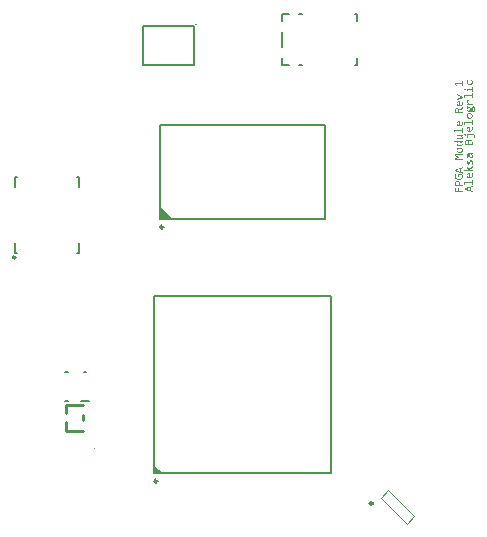
<source format=gto>
G04*
G04 #@! TF.GenerationSoftware,Altium Limited,Altium Designer,22.0.2 (36)*
G04*
G04 Layer_Color=65535*
%FSAX24Y24*%
%MOIN*%
G70*
G04*
G04 #@! TF.SameCoordinates,F6E1E7C7-60DA-40DC-8EC0-405BC10227F4*
G04*
G04*
G04 #@! TF.FilePolarity,Positive*
G04*
G01*
G75*
%ADD10C,0.0098*%
%ADD11C,0.0039*%
%ADD12C,0.0079*%
%ADD13C,0.0100*%
%ADD14C,0.0060*%
G36*
X004921Y003971D02*
X005152Y003740D01*
X004921D01*
Y003971D01*
D02*
G37*
G36*
X005118Y012579D02*
X005493Y012205D01*
X005118D01*
Y012579D01*
D02*
G37*
G36*
X015535Y016841D02*
X015535Y016839D01*
X015536Y016837D01*
X015537Y016833D01*
X015538Y016829D01*
X015539Y016824D01*
X015541Y016819D01*
X015542Y016814D01*
Y016813D01*
X015542Y016812D01*
X015542Y016809D01*
X015543Y016805D01*
X015543Y016801D01*
X015544Y016796D01*
X015544Y016790D01*
Y016783D01*
X015544Y016780D01*
Y016777D01*
X015543Y016773D01*
X015543Y016769D01*
X015542Y016763D01*
X015541Y016758D01*
X015539Y016752D01*
X015538Y016746D01*
X015536Y016741D01*
X015533Y016735D01*
X015531Y016729D01*
X015527Y016723D01*
X015523Y016718D01*
X015519Y016713D01*
X015518Y016712D01*
X015517Y016712D01*
X015516Y016710D01*
X015514Y016709D01*
X015512Y016707D01*
X015508Y016705D01*
X015504Y016702D01*
X015500Y016700D01*
X015495Y016698D01*
X015490Y016695D01*
X015483Y016693D01*
X015477Y016691D01*
X015470Y016690D01*
X015462Y016688D01*
X015454Y016688D01*
X015445Y016687D01*
X015444D01*
X015444D01*
X015442D01*
X015441D01*
X015439Y016688D01*
X015436D01*
X015431Y016688D01*
X015424Y016689D01*
X015417Y016690D01*
X015410Y016692D01*
X015402Y016695D01*
X015402D01*
X015401Y016695D01*
X015400Y016695D01*
X015399Y016696D01*
X015395Y016698D01*
X015391Y016700D01*
X015386Y016703D01*
X015380Y016706D01*
X015375Y016710D01*
X015370Y016715D01*
X015369Y016716D01*
X015367Y016717D01*
X015365Y016720D01*
X015362Y016724D01*
X015358Y016728D01*
X015355Y016734D01*
X015352Y016740D01*
X015349Y016746D01*
Y016747D01*
X015348Y016747D01*
X015348Y016748D01*
X015347Y016750D01*
X015347Y016751D01*
X015346Y016753D01*
X015345Y016759D01*
X015343Y016764D01*
X015342Y016771D01*
X015341Y016779D01*
X015341Y016787D01*
Y016793D01*
X015341Y016797D01*
X015342Y016801D01*
X015342Y016806D01*
X015343Y016816D01*
Y016816D01*
X015344Y016818D01*
X015344Y016821D01*
X015345Y016824D01*
X015346Y016828D01*
X015347Y016832D01*
X015350Y016842D01*
X015383D01*
X015383Y016841D01*
X015382Y016839D01*
X015381Y016837D01*
X015379Y016833D01*
X015378Y016829D01*
X015376Y016825D01*
X015375Y016820D01*
X015374Y016815D01*
Y016814D01*
X015373Y016813D01*
X015373Y016810D01*
X015372Y016807D01*
X015371Y016803D01*
X015371Y016798D01*
X015370Y016793D01*
Y016785D01*
X015371Y016783D01*
X015371Y016780D01*
X015372Y016776D01*
X015373Y016772D01*
X015374Y016767D01*
X015375Y016763D01*
X015376Y016762D01*
X015376Y016761D01*
X015377Y016759D01*
X015379Y016756D01*
X015381Y016753D01*
X015384Y016749D01*
X015387Y016745D01*
X015390Y016742D01*
X015390Y016742D01*
X015392Y016741D01*
X015394Y016739D01*
X015396Y016737D01*
X015400Y016735D01*
X015404Y016733D01*
X015408Y016730D01*
X015413Y016728D01*
X015414Y016728D01*
X015415Y016727D01*
X015418Y016726D01*
X015422Y016726D01*
X015426Y016725D01*
X015432Y016724D01*
X015437Y016723D01*
X015444Y016723D01*
X015444D01*
X015445D01*
X015447D01*
X015450Y016723D01*
X015453Y016724D01*
X015456Y016724D01*
X015460Y016724D01*
X015464Y016725D01*
X015473Y016727D01*
X015481Y016730D01*
X015486Y016732D01*
X015490Y016735D01*
X015494Y016738D01*
X015497Y016741D01*
X015497Y016741D01*
X015498Y016741D01*
X015499Y016743D01*
X015500Y016744D01*
X015501Y016745D01*
X015503Y016748D01*
X015504Y016750D01*
X015506Y016753D01*
X015508Y016756D01*
X015509Y016760D01*
X015511Y016764D01*
X015512Y016768D01*
X015513Y016773D01*
X015514Y016778D01*
X015515Y016783D01*
X015515Y016789D01*
Y016791D01*
X015515Y016794D01*
Y016798D01*
X015514Y016802D01*
X015514Y016806D01*
X015512Y016816D01*
Y016817D01*
X015511Y016818D01*
X015511Y016821D01*
X015510Y016824D01*
X015508Y016828D01*
X015507Y016832D01*
X015502Y016842D01*
X015534D01*
X015535Y016841D01*
D02*
G37*
G36*
X015206Y016652D02*
X015174D01*
Y016718D01*
X014985D01*
X015019Y016656D01*
X014990Y016644D01*
X014947Y016726D01*
Y016756D01*
X015174D01*
Y016814D01*
X015206D01*
Y016652D01*
D02*
G37*
G36*
X015291Y016572D02*
X015295Y016571D01*
X015298Y016570D01*
X015299D01*
X015299Y016570D01*
X015301Y016569D01*
X015304Y016567D01*
X015307Y016564D01*
X015308Y016564D01*
X015309Y016562D01*
X015311Y016559D01*
X015313Y016556D01*
Y016555D01*
X015313Y016555D01*
X015313Y016554D01*
X015314Y016552D01*
X015314Y016549D01*
X015315Y016545D01*
Y016543D01*
X015314Y016542D01*
X015314Y016538D01*
X015313Y016534D01*
Y016534D01*
X015312Y016534D01*
X015312Y016531D01*
X015310Y016529D01*
X015307Y016526D01*
X015307D01*
X015307Y016525D01*
X015305Y016524D01*
X015302Y016522D01*
X015298Y016520D01*
X015298D01*
X015297Y016520D01*
X015296Y016519D01*
X015295Y016519D01*
X015292Y016518D01*
X015288Y016518D01*
X015288D01*
X015287D01*
X015286D01*
X015285Y016518D01*
X015281Y016519D01*
X015277Y016520D01*
X015277D01*
X015276Y016520D01*
X015274Y016521D01*
X015272Y016523D01*
X015269Y016526D01*
X015269Y016526D01*
X015268Y016526D01*
X015267Y016528D01*
X015265Y016531D01*
X015263Y016534D01*
Y016535D01*
X015263Y016535D01*
X015262Y016536D01*
X015262Y016538D01*
X015261Y016541D01*
X015261Y016545D01*
Y016547D01*
X015261Y016548D01*
X015262Y016552D01*
X015263Y016556D01*
Y016556D01*
X015263Y016557D01*
X015264Y016558D01*
X015264Y016559D01*
X015266Y016561D01*
X015269Y016564D01*
Y016565D01*
X015270Y016565D01*
X015271Y016566D01*
X015274Y016568D01*
X015277Y016570D01*
X015278D01*
X015278Y016570D01*
X015279Y016571D01*
X015281Y016571D01*
X015284Y016572D01*
X015288Y016572D01*
X015288D01*
X015289D01*
X015290D01*
X015291Y016572D01*
D02*
G37*
G36*
X015541Y016468D02*
X015513D01*
Y016533D01*
X015372D01*
Y016475D01*
X015344D01*
Y016568D01*
X015513D01*
Y016627D01*
X015541D01*
Y016468D01*
D02*
G37*
G36*
Y016247D02*
X015513D01*
Y016312D01*
X015291D01*
Y016253D01*
X015263D01*
Y016346D01*
X015513D01*
Y016405D01*
X015541D01*
Y016247D01*
D02*
G37*
G36*
X015206Y016304D02*
Y016265D01*
X015008Y016187D01*
Y016226D01*
X015139Y016274D01*
X015171Y016285D01*
X015138Y016296D01*
X015008Y016344D01*
Y016381D01*
X015206Y016304D01*
D02*
G37*
G36*
X015419Y016159D02*
X015419D01*
X015418D01*
X015416D01*
X015415D01*
X015413D01*
X015410Y016158D01*
X015405Y016158D01*
X015398Y016157D01*
X015392Y016155D01*
X015386Y016153D01*
X015384Y016152D01*
X015381Y016151D01*
X015381Y016150D01*
X015379Y016149D01*
X015378Y016148D01*
X015375Y016145D01*
X015373Y016141D01*
X015372Y016137D01*
X015370Y016132D01*
X015370Y016127D01*
Y016124D01*
X015370Y016123D01*
X015371Y016118D01*
X015372Y016113D01*
Y016113D01*
X015373Y016112D01*
X015373Y016110D01*
X015374Y016109D01*
X015375Y016107D01*
X015377Y016104D01*
X015380Y016099D01*
X015381Y016098D01*
X015381Y016097D01*
X015382Y016096D01*
X015384Y016094D01*
X015386Y016092D01*
X015388Y016089D01*
X015391Y016086D01*
X015394Y016083D01*
X015394Y016083D01*
X015395Y016082D01*
X015397Y016080D01*
X015400Y016078D01*
X015403Y016075D01*
X015406Y016072D01*
X015410Y016069D01*
X015415Y016066D01*
X015541D01*
Y016031D01*
X015344D01*
Y016062D01*
X015380Y016063D01*
X015380Y016063D01*
X015379Y016064D01*
X015378Y016065D01*
X015377Y016066D01*
X015373Y016069D01*
X015369Y016074D01*
X015363Y016079D01*
X015358Y016085D01*
X015353Y016091D01*
X015350Y016098D01*
Y016098D01*
X015349Y016098D01*
X015349Y016099D01*
X015348Y016101D01*
X015347Y016104D01*
X015345Y016108D01*
X015343Y016114D01*
X015341Y016119D01*
X015340Y016126D01*
X015340Y016132D01*
Y016135D01*
X015340Y016137D01*
X015341Y016140D01*
X015341Y016143D01*
X015343Y016149D01*
X015345Y016157D01*
X015347Y016161D01*
X015349Y016165D01*
X015351Y016168D01*
X015353Y016172D01*
X015356Y016175D01*
X015360Y016178D01*
X015360Y016179D01*
X015361Y016179D01*
X015362Y016180D01*
X015364Y016181D01*
X015366Y016182D01*
X015369Y016183D01*
X015372Y016185D01*
X015375Y016186D01*
X015379Y016188D01*
X015383Y016189D01*
X015388Y016190D01*
X015394Y016191D01*
X015399Y016192D01*
X015405Y016193D01*
X015412Y016193D01*
X015419D01*
Y016159D01*
D02*
G37*
G36*
X015108Y016150D02*
X015109D01*
X015109D01*
X015110D01*
X015111Y016150D01*
X015114D01*
X015118Y016150D01*
Y016011D01*
X015118D01*
X015119D01*
X015121D01*
X015123Y016011D01*
X015125Y016012D01*
X015128Y016012D01*
X015135Y016013D01*
X015143Y016015D01*
X015150Y016018D01*
X015154Y016020D01*
X015158Y016022D01*
X015161Y016025D01*
X015165Y016028D01*
X015165Y016028D01*
X015165Y016028D01*
X015166Y016029D01*
X015167Y016031D01*
X015168Y016033D01*
X015169Y016035D01*
X015171Y016037D01*
X015172Y016040D01*
X015174Y016044D01*
X015175Y016047D01*
X015177Y016051D01*
X015178Y016056D01*
X015179Y016060D01*
X015180Y016066D01*
X015180Y016071D01*
X015181Y016077D01*
Y016082D01*
X015180Y016085D01*
Y016088D01*
X015180Y016094D01*
Y016096D01*
X015180Y016097D01*
Y016100D01*
X015179Y016102D01*
X015179Y016105D01*
X015178Y016111D01*
Y016111D01*
X015178Y016112D01*
X015178Y016114D01*
X015177Y016116D01*
X015177Y016118D01*
X015177Y016121D01*
X015176Y016126D01*
Y016127D01*
X015175Y016128D01*
X015175Y016129D01*
X015175Y016131D01*
X015173Y016135D01*
X015172Y016140D01*
X015200D01*
Y016140D01*
X015201Y016138D01*
X015202Y016135D01*
X015203Y016131D01*
X015204Y016126D01*
X015205Y016121D01*
X015206Y016115D01*
X015207Y016108D01*
Y016108D01*
X015207Y016107D01*
Y016106D01*
X015207Y016102D01*
X015208Y016097D01*
X015208Y016092D01*
X015209Y016086D01*
X015209Y016079D01*
Y016068D01*
X015209Y016066D01*
Y016063D01*
X015208Y016057D01*
X015208Y016050D01*
X015206Y016043D01*
X015205Y016035D01*
X015202Y016028D01*
Y016028D01*
X015202Y016027D01*
X015202Y016026D01*
X015201Y016025D01*
X015199Y016022D01*
X015197Y016018D01*
X015194Y016013D01*
X015191Y016008D01*
X015187Y016003D01*
X015182Y015998D01*
X015182Y015997D01*
X015180Y015996D01*
X015177Y015994D01*
X015173Y015991D01*
X015169Y015989D01*
X015163Y015986D01*
X015157Y015983D01*
X015150Y015981D01*
X015150D01*
X015149Y015981D01*
X015148Y015980D01*
X015147Y015980D01*
X015145Y015980D01*
X015143Y015979D01*
X015138Y015978D01*
X015131Y015977D01*
X015124Y015976D01*
X015116Y015976D01*
X015107Y015975D01*
X015107D01*
X015106D01*
X015105D01*
X015104D01*
X015102Y015976D01*
X015100D01*
X015094Y015976D01*
X015088Y015977D01*
X015082Y015978D01*
X015075Y015979D01*
X015068Y015981D01*
X015067D01*
X015067Y015982D01*
X015066Y015982D01*
X015065Y015982D01*
X015061Y015984D01*
X015057Y015985D01*
X015052Y015988D01*
X015046Y015991D01*
X015041Y015995D01*
X015035Y015999D01*
X015035D01*
X015034Y015999D01*
X015033Y016001D01*
X015030Y016003D01*
X015027Y016006D01*
X015023Y016010D01*
X015020Y016015D01*
X015016Y016021D01*
X015013Y016027D01*
Y016027D01*
X015012Y016027D01*
X015012Y016028D01*
X015011Y016030D01*
X015010Y016033D01*
X015008Y016038D01*
X015007Y016044D01*
X015005Y016050D01*
X015005Y016057D01*
X015004Y016065D01*
Y016068D01*
X015005Y016070D01*
Y016072D01*
X015005Y016077D01*
X015006Y016083D01*
X015007Y016089D01*
X015008Y016095D01*
X015011Y016102D01*
Y016102D01*
X015011Y016102D01*
X015012Y016104D01*
X015013Y016107D01*
X015016Y016111D01*
X015018Y016115D01*
X015021Y016120D01*
X015025Y016124D01*
X015029Y016128D01*
X015030Y016129D01*
X015031Y016130D01*
X015034Y016132D01*
X015037Y016135D01*
X015042Y016137D01*
X015046Y016140D01*
X015052Y016143D01*
X015058Y016145D01*
X015059D01*
X015059Y016145D01*
X015060Y016146D01*
X015061Y016146D01*
X015065Y016147D01*
X015069Y016148D01*
X015075Y016149D01*
X015082Y016150D01*
X015089Y016150D01*
X015096Y016151D01*
X015097D01*
X015098D01*
X015099D01*
X015101D01*
X015105D01*
X015108Y016150D01*
D02*
G37*
G36*
X015206Y015898D02*
X015124Y015860D01*
X015123Y015859D01*
X015122Y015859D01*
X015120Y015858D01*
X015118Y015857D01*
X015113Y015854D01*
X015108Y015851D01*
X015107Y015850D01*
X015107Y015850D01*
X015106Y015849D01*
X015104Y015848D01*
X015101Y015844D01*
X015098Y015841D01*
X015098Y015841D01*
X015097Y015840D01*
X015097Y015839D01*
X015096Y015838D01*
X015094Y015834D01*
X015093Y015829D01*
Y015829D01*
X015092Y015828D01*
X015092Y015827D01*
X015092Y015825D01*
Y015823D01*
X015091Y015821D01*
X015091Y015816D01*
Y015799D01*
X015206D01*
Y015764D01*
X014948D01*
Y015839D01*
X014948Y015841D01*
X014949Y015846D01*
X014949Y015852D01*
X014950Y015859D01*
X014952Y015865D01*
X014953Y015871D01*
Y015872D01*
X014954Y015872D01*
X014954Y015874D01*
X014955Y015877D01*
X014957Y015881D01*
X014959Y015885D01*
X014961Y015889D01*
X014964Y015894D01*
X014967Y015898D01*
X014967Y015898D01*
X014969Y015900D01*
X014971Y015902D01*
X014973Y015904D01*
X014976Y015906D01*
X014980Y015909D01*
X014984Y015911D01*
X014988Y015913D01*
X014989Y015914D01*
X014991Y015914D01*
X014993Y015915D01*
X014997Y015916D01*
X015001Y015917D01*
X015005Y015918D01*
X015010Y015918D01*
X015016Y015918D01*
X015017D01*
X015018D01*
X015020Y015918D01*
X015024D01*
X015027Y015917D01*
X015031Y015917D01*
X015035Y015916D01*
X015039Y015915D01*
X015039D01*
X015041Y015914D01*
X015043Y015913D01*
X015045Y015912D01*
X015048Y015910D01*
X015052Y015908D01*
X015055Y015906D01*
X015059Y015904D01*
X015059Y015903D01*
X015060Y015903D01*
X015062Y015901D01*
X015064Y015899D01*
X015066Y015897D01*
X015068Y015894D01*
X015071Y015890D01*
X015074Y015886D01*
X015074Y015886D01*
X015075Y015885D01*
X015076Y015882D01*
X015077Y015880D01*
X015079Y015876D01*
X015080Y015872D01*
X015082Y015868D01*
X015083Y015863D01*
Y015863D01*
X015084Y015865D01*
X015085Y015867D01*
X015086Y015869D01*
X015088Y015872D01*
X015090Y015875D01*
X015093Y015878D01*
X015096Y015881D01*
X015097Y015882D01*
X015098Y015882D01*
X015100Y015884D01*
X015103Y015886D01*
X015107Y015888D01*
X015110Y015891D01*
X015115Y015894D01*
X015121Y015897D01*
X015206Y015938D01*
Y015898D01*
D02*
G37*
G36*
X015372Y015943D02*
X015372Y015943D01*
X015373Y015944D01*
X015374Y015945D01*
X015376Y015946D01*
X015379Y015947D01*
X015381Y015949D01*
X015388Y015951D01*
X015388D01*
X015390Y015952D01*
X015392Y015952D01*
X015394Y015953D01*
X015397Y015954D01*
X015400Y015954D01*
X015408Y015955D01*
X015408D01*
X015408D01*
X015410D01*
X015413Y015954D01*
X015417Y015954D01*
X015421Y015953D01*
X015426Y015952D01*
X015431Y015951D01*
X015436Y015949D01*
X015436Y015948D01*
X015438Y015948D01*
X015440Y015946D01*
X015443Y015945D01*
X015447Y015943D01*
X015451Y015940D01*
X015454Y015937D01*
X015458Y015933D01*
X015458Y015933D01*
X015459Y015931D01*
X015461Y015929D01*
X015463Y015926D01*
X015465Y015923D01*
X015467Y015918D01*
X015470Y015914D01*
X015472Y015908D01*
X015472Y015908D01*
X015472Y015906D01*
X015473Y015903D01*
X015474Y015899D01*
X015475Y015895D01*
X015476Y015889D01*
X015476Y015883D01*
X015476Y015877D01*
Y015873D01*
X015476Y015870D01*
X015476Y015866D01*
X015476Y015862D01*
X015474Y015854D01*
Y015854D01*
X015474Y015852D01*
X015473Y015850D01*
X015472Y015848D01*
X015470Y015842D01*
X015469Y015839D01*
X015467Y015837D01*
X015468D01*
X015468Y015836D01*
X015469Y015835D01*
X015471Y015835D01*
X015474Y015832D01*
X015478Y015830D01*
X015478D01*
X015479Y015830D01*
X015480Y015830D01*
X015481Y015829D01*
X015485Y015828D01*
X015489Y015828D01*
X015489D01*
X015490D01*
X015492Y015828D01*
X015493Y015829D01*
X015495Y015830D01*
X015497Y015831D01*
X015499Y015833D01*
X015501Y015835D01*
X015501Y015835D01*
X015502Y015836D01*
X015503Y015838D01*
X015504Y015840D01*
X015504Y015843D01*
X015505Y015846D01*
X015506Y015850D01*
X015506Y015854D01*
X015508Y015906D01*
Y015909D01*
X015509Y015911D01*
X015509Y015915D01*
X015509Y015919D01*
X015510Y015924D01*
X015512Y015933D01*
Y015934D01*
X015513Y015935D01*
X015514Y015938D01*
X015515Y015941D01*
X015516Y015944D01*
X015517Y015947D01*
X015519Y015951D01*
X015522Y015955D01*
X015522Y015955D01*
X015523Y015956D01*
X015524Y015958D01*
X015526Y015960D01*
X015528Y015962D01*
X015531Y015964D01*
X015534Y015967D01*
X015537Y015969D01*
X015538Y015969D01*
X015539Y015970D01*
X015541Y015970D01*
X015543Y015971D01*
X015546Y015972D01*
X015550Y015973D01*
X015554Y015974D01*
X015558Y015974D01*
X015559D01*
X015561D01*
X015563Y015974D01*
X015566Y015973D01*
X015570Y015973D01*
X015575Y015971D01*
X015579Y015970D01*
X015583Y015968D01*
X015584Y015968D01*
X015585Y015967D01*
X015588Y015966D01*
X015590Y015964D01*
X015594Y015961D01*
X015597Y015958D01*
X015601Y015955D01*
X015604Y015950D01*
X015604Y015950D01*
X015606Y015948D01*
X015607Y015946D01*
X015609Y015942D01*
X015612Y015938D01*
X015614Y015933D01*
X015616Y015927D01*
X015619Y015920D01*
Y015920D01*
X015619Y015919D01*
X015619Y015918D01*
X015619Y015917D01*
X015620Y015915D01*
X015620Y015913D01*
X015621Y015911D01*
X015621Y015908D01*
X015622Y015902D01*
X015623Y015894D01*
X015624Y015886D01*
X015624Y015877D01*
Y015871D01*
X015624Y015868D01*
X015623Y015862D01*
X015623Y015856D01*
X015622Y015849D01*
X015621Y015842D01*
X015620Y015836D01*
Y015836D01*
X015620Y015835D01*
X015619Y015833D01*
X015619Y015830D01*
X015617Y015826D01*
X015616Y015822D01*
X015614Y015817D01*
X015612Y015813D01*
X015609Y015808D01*
X015609Y015808D01*
X015608Y015807D01*
X015607Y015805D01*
X015605Y015802D01*
X015602Y015800D01*
X015600Y015797D01*
X015597Y015795D01*
X015593Y015793D01*
X015593Y015792D01*
X015592Y015792D01*
X015590Y015791D01*
X015587Y015790D01*
X015584Y015789D01*
X015581Y015788D01*
X015577Y015788D01*
X015573Y015788D01*
X015572D01*
X015572D01*
X015570D01*
X015568Y015788D01*
X015564Y015789D01*
X015560Y015789D01*
X015556Y015790D01*
X015552Y015792D01*
X015548Y015794D01*
X015547Y015795D01*
X015546Y015796D01*
X015544Y015797D01*
X015541Y015799D01*
X015538Y015802D01*
X015535Y015806D01*
X015531Y015810D01*
X015527Y015815D01*
Y015815D01*
X015527Y015814D01*
X015526Y015813D01*
X015525Y015812D01*
X015523Y015809D01*
X015521Y015806D01*
X015521D01*
X015520Y015805D01*
X015519Y015804D01*
X015516Y015802D01*
X015513Y015800D01*
X015513D01*
X015513Y015800D01*
X015511Y015799D01*
X015508Y015797D01*
X015504Y015796D01*
X015504D01*
X015504D01*
X015501Y015796D01*
X015498Y015796D01*
X015495Y015795D01*
X015495D01*
X015493D01*
X015491Y015796D01*
X015487Y015796D01*
X015484Y015797D01*
X015480Y015798D01*
X015476Y015799D01*
X015472Y015801D01*
X015471Y015801D01*
X015470Y015802D01*
X015468Y015803D01*
X015465Y015805D01*
X015462Y015807D01*
X015459Y015810D01*
X015452Y015816D01*
X015451Y015815D01*
X015451Y015815D01*
X015449Y015813D01*
X015446Y015811D01*
X015443Y015809D01*
X015442D01*
X015442Y015808D01*
X015440Y015807D01*
X015437Y015805D01*
X015434Y015804D01*
X015433D01*
X015433Y015803D01*
X015432Y015803D01*
X015430Y015803D01*
X015427Y015802D01*
X015423Y015801D01*
X015422D01*
X015422D01*
X015420Y015800D01*
X015419D01*
X015417Y015800D01*
X015415D01*
X015409Y015800D01*
X015409D01*
X015409D01*
X015407D01*
X015404Y015800D01*
X015400Y015800D01*
X015395Y015801D01*
X015391Y015802D01*
X015386Y015803D01*
X015381Y015805D01*
X015380Y015806D01*
X015379Y015806D01*
X015376Y015808D01*
X015374Y015809D01*
X015370Y015812D01*
X015367Y015814D01*
X015363Y015818D01*
X015359Y015821D01*
X015359Y015821D01*
X015358Y015823D01*
X015356Y015825D01*
X015354Y015828D01*
X015352Y015832D01*
X015350Y015836D01*
X015347Y015841D01*
X015345Y015845D01*
Y015846D01*
X015345Y015846D01*
X015344Y015848D01*
X015344Y015851D01*
X015343Y015855D01*
X015342Y015860D01*
X015341Y015865D01*
X015340Y015871D01*
X015340Y015877D01*
Y015882D01*
X015341Y015886D01*
X015341Y015891D01*
Y015892D01*
X015342Y015893D01*
X015342Y015895D01*
X015343Y015899D01*
X015344Y015903D01*
Y015975D01*
X015372D01*
Y015943D01*
D02*
G37*
G36*
X015447Y015751D02*
X015449D01*
X015455Y015751D01*
X015461Y015750D01*
X015469Y015749D01*
X015476Y015747D01*
X015483Y015745D01*
X015484D01*
X015484Y015744D01*
X015485Y015744D01*
X015487Y015743D01*
X015490Y015742D01*
X015495Y015740D01*
X015500Y015737D01*
X015505Y015734D01*
X015511Y015730D01*
X015517Y015726D01*
X015517Y015725D01*
X015519Y015723D01*
X015521Y015721D01*
X015524Y015718D01*
X015528Y015713D01*
X015531Y015708D01*
X015535Y015702D01*
X015538Y015696D01*
Y015696D01*
X015538Y015695D01*
X015538Y015694D01*
X015539Y015693D01*
X015539Y015691D01*
X015540Y015689D01*
X015541Y015684D01*
X015543Y015678D01*
X015544Y015672D01*
X015545Y015664D01*
X015545Y015656D01*
Y015653D01*
X015545Y015651D01*
Y015649D01*
X015544Y015644D01*
X015543Y015638D01*
X015542Y015631D01*
X015541Y015625D01*
X015538Y015618D01*
Y015618D01*
X015538Y015617D01*
X015538Y015616D01*
X015537Y015616D01*
X015536Y015612D01*
X015534Y015608D01*
X015531Y015604D01*
X015528Y015599D01*
X015524Y015594D01*
X015519Y015590D01*
X015518Y015589D01*
X015517Y015588D01*
X015514Y015586D01*
X015510Y015583D01*
X015506Y015580D01*
X015500Y015577D01*
X015494Y015574D01*
X015488Y015572D01*
X015487D01*
X015487Y015571D01*
X015486Y015571D01*
X015484Y015571D01*
X015482Y015570D01*
X015480Y015570D01*
X015475Y015569D01*
X015469Y015568D01*
X015461Y015567D01*
X015453Y015566D01*
X015444Y015566D01*
X015444D01*
X015443D01*
X015442D01*
X015440D01*
X015438Y015566D01*
X015435D01*
X015430Y015566D01*
X015423Y015567D01*
X015416Y015568D01*
X015409Y015570D01*
X015402Y015572D01*
X015401D01*
X015401Y015572D01*
X015400Y015573D01*
X015398Y015573D01*
X015395Y015575D01*
X015391Y015577D01*
X015385Y015579D01*
X015380Y015583D01*
X015374Y015586D01*
X015369Y015591D01*
X015369Y015591D01*
X015367Y015593D01*
X015364Y015595D01*
X015361Y015599D01*
X015358Y015603D01*
X015354Y015608D01*
X015351Y015614D01*
X015348Y015620D01*
Y015621D01*
X015348Y015621D01*
X015347Y015622D01*
X015347Y015624D01*
X015346Y015625D01*
X015345Y015627D01*
X015344Y015632D01*
X015343Y015638D01*
X015341Y015645D01*
X015340Y015652D01*
X015340Y015660D01*
Y015664D01*
X015340Y015666D01*
Y015668D01*
X015341Y015673D01*
X015342Y015679D01*
X015343Y015685D01*
X015345Y015692D01*
X015347Y015698D01*
Y015698D01*
X015347Y015699D01*
X015348Y015700D01*
X015348Y015701D01*
X015350Y015704D01*
X015352Y015708D01*
X015354Y015713D01*
X015358Y015718D01*
X015362Y015722D01*
X015366Y015727D01*
X015367Y015728D01*
X015369Y015729D01*
X015371Y015731D01*
X015375Y015734D01*
X015379Y015737D01*
X015385Y015739D01*
X015391Y015742D01*
X015398Y015745D01*
X015398D01*
X015399Y015745D01*
X015400Y015746D01*
X015401Y015746D01*
X015403Y015746D01*
X015405Y015747D01*
X015410Y015748D01*
X015417Y015749D01*
X015424Y015750D01*
X015432Y015751D01*
X015441Y015751D01*
X015441D01*
X015442D01*
X015443D01*
X015445D01*
X015447Y015751D01*
D02*
G37*
G36*
X015541Y015360D02*
X015513D01*
Y015425D01*
X015291D01*
Y015366D01*
X015263D01*
Y015459D01*
X015513D01*
Y015518D01*
X015541D01*
Y015360D01*
D02*
G37*
G36*
X015108Y015485D02*
X015109D01*
X015109D01*
X015110D01*
X015111Y015485D01*
X015114D01*
X015118Y015485D01*
Y015346D01*
X015118D01*
X015119D01*
X015121D01*
X015123Y015346D01*
X015125Y015347D01*
X015128Y015347D01*
X015135Y015348D01*
X015143Y015350D01*
X015150Y015353D01*
X015154Y015355D01*
X015158Y015357D01*
X015161Y015360D01*
X015165Y015363D01*
X015165Y015363D01*
X015165Y015363D01*
X015166Y015364D01*
X015167Y015366D01*
X015168Y015368D01*
X015169Y015370D01*
X015171Y015372D01*
X015172Y015375D01*
X015174Y015378D01*
X015175Y015382D01*
X015177Y015386D01*
X015178Y015390D01*
X015179Y015395D01*
X015180Y015400D01*
X015180Y015406D01*
X015181Y015411D01*
Y015417D01*
X015180Y015420D01*
Y015423D01*
X015180Y015429D01*
Y015431D01*
X015180Y015432D01*
Y015434D01*
X015179Y015437D01*
X015179Y015440D01*
X015178Y015446D01*
Y015446D01*
X015178Y015447D01*
X015178Y015449D01*
X015177Y015451D01*
X015177Y015453D01*
X015177Y015455D01*
X015176Y015461D01*
Y015461D01*
X015175Y015462D01*
X015175Y015464D01*
X015175Y015466D01*
X015173Y015470D01*
X015172Y015475D01*
X015200D01*
Y015474D01*
X015201Y015472D01*
X015202Y015470D01*
X015203Y015466D01*
X015204Y015461D01*
X015205Y015456D01*
X015206Y015450D01*
X015207Y015443D01*
Y015443D01*
X015207Y015442D01*
Y015440D01*
X015207Y015437D01*
X015208Y015432D01*
X015208Y015427D01*
X015209Y015420D01*
X015209Y015414D01*
Y015403D01*
X015209Y015400D01*
Y015398D01*
X015208Y015392D01*
X015208Y015385D01*
X015206Y015378D01*
X015205Y015370D01*
X015202Y015363D01*
Y015363D01*
X015202Y015362D01*
X015202Y015361D01*
X015201Y015360D01*
X015199Y015356D01*
X015197Y015352D01*
X015194Y015348D01*
X015191Y015343D01*
X015187Y015337D01*
X015182Y015333D01*
X015182Y015332D01*
X015180Y015331D01*
X015177Y015329D01*
X015173Y015326D01*
X015169Y015324D01*
X015163Y015321D01*
X015157Y015318D01*
X015150Y015316D01*
X015150D01*
X015149Y015315D01*
X015148Y015315D01*
X015147Y015315D01*
X015145Y015314D01*
X015143Y015314D01*
X015138Y015313D01*
X015131Y015312D01*
X015124Y015311D01*
X015116Y015310D01*
X015107Y015310D01*
X015107D01*
X015106D01*
X015105D01*
X015104D01*
X015102Y015310D01*
X015100D01*
X015094Y015311D01*
X015088Y015311D01*
X015082Y015313D01*
X015075Y015314D01*
X015068Y015316D01*
X015067D01*
X015067Y015316D01*
X015066Y015317D01*
X015065Y015317D01*
X015061Y015319D01*
X015057Y015320D01*
X015052Y015323D01*
X015046Y015326D01*
X015041Y015329D01*
X015035Y015333D01*
X015035D01*
X015034Y015334D01*
X015033Y015335D01*
X015030Y015338D01*
X015027Y015341D01*
X015023Y015345D01*
X015020Y015350D01*
X015016Y015356D01*
X015013Y015362D01*
Y015362D01*
X015012Y015362D01*
X015012Y015363D01*
X015011Y015365D01*
X015010Y015368D01*
X015008Y015373D01*
X015007Y015378D01*
X015005Y015385D01*
X015005Y015392D01*
X015004Y015400D01*
Y015403D01*
X015005Y015405D01*
Y015407D01*
X015005Y015412D01*
X015006Y015418D01*
X015007Y015424D01*
X015008Y015430D01*
X015011Y015436D01*
Y015437D01*
X015011Y015437D01*
X015012Y015439D01*
X015013Y015442D01*
X015016Y015446D01*
X015018Y015450D01*
X015021Y015454D01*
X015025Y015459D01*
X015029Y015463D01*
X015030Y015464D01*
X015031Y015465D01*
X015034Y015467D01*
X015037Y015470D01*
X015042Y015472D01*
X015046Y015475D01*
X015052Y015477D01*
X015058Y015480D01*
X015059D01*
X015059Y015480D01*
X015060Y015480D01*
X015061Y015481D01*
X015065Y015482D01*
X015069Y015483D01*
X015075Y015484D01*
X015082Y015485D01*
X015089Y015485D01*
X015096Y015486D01*
X015097D01*
X015098D01*
X015099D01*
X015101D01*
X015105D01*
X015108Y015485D01*
D02*
G37*
G36*
X015444Y015302D02*
X015445D01*
X015445D01*
X015446D01*
X015447Y015302D01*
X015450D01*
X015454Y015302D01*
Y015163D01*
X015454D01*
X015455D01*
X015456D01*
X015458Y015163D01*
X015461Y015164D01*
X015464Y015164D01*
X015471Y015165D01*
X015478Y015167D01*
X015486Y015170D01*
X015490Y015172D01*
X015494Y015174D01*
X015497Y015177D01*
X015500Y015180D01*
X015501Y015180D01*
X015501Y015180D01*
X015502Y015181D01*
X015503Y015183D01*
X015504Y015185D01*
X015505Y015187D01*
X015507Y015189D01*
X015508Y015192D01*
X015510Y015195D01*
X015511Y015199D01*
X015513Y015203D01*
X015514Y015207D01*
X015515Y015212D01*
X015516Y015217D01*
X015516Y015223D01*
X015517Y015228D01*
Y015234D01*
X015516Y015237D01*
Y015240D01*
X015516Y015246D01*
Y015247D01*
X015516Y015249D01*
Y015251D01*
X015515Y015254D01*
X015515Y015257D01*
X015514Y015263D01*
Y015263D01*
X015514Y015264D01*
X015514Y015266D01*
X015513Y015267D01*
X015513Y015270D01*
X015513Y015272D01*
X015512Y015278D01*
Y015278D01*
X015511Y015279D01*
X015511Y015281D01*
X015511Y015283D01*
X015509Y015287D01*
X015508Y015292D01*
X015536D01*
Y015291D01*
X015537Y015289D01*
X015538Y015287D01*
X015538Y015283D01*
X015539Y015278D01*
X015540Y015273D01*
X015541Y015267D01*
X015542Y015260D01*
Y015260D01*
X015543Y015259D01*
Y015257D01*
X015543Y015254D01*
X015544Y015249D01*
X015544Y015244D01*
X015545Y015237D01*
X015545Y015231D01*
Y015220D01*
X015545Y015217D01*
Y015215D01*
X015544Y015209D01*
X015543Y015202D01*
X015542Y015195D01*
X015540Y015187D01*
X015538Y015180D01*
Y015180D01*
X015538Y015179D01*
X015538Y015178D01*
X015537Y015177D01*
X015535Y015173D01*
X015533Y015169D01*
X015530Y015165D01*
X015527Y015160D01*
X015523Y015154D01*
X015518Y015150D01*
X015517Y015149D01*
X015516Y015148D01*
X015513Y015146D01*
X015509Y015143D01*
X015505Y015141D01*
X015499Y015138D01*
X015493Y015135D01*
X015486Y015133D01*
X015486D01*
X015485Y015132D01*
X015484Y015132D01*
X015483Y015132D01*
X015481Y015131D01*
X015479Y015131D01*
X015474Y015130D01*
X015467Y015129D01*
X015460Y015128D01*
X015452Y015127D01*
X015443Y015127D01*
X015443D01*
X015442D01*
X015441D01*
X015439D01*
X015437Y015127D01*
X015435D01*
X015430Y015128D01*
X015424Y015128D01*
X015417Y015130D01*
X015411Y015131D01*
X015404Y015133D01*
X015403D01*
X015403Y015133D01*
X015402Y015134D01*
X015400Y015134D01*
X015397Y015136D01*
X015393Y015137D01*
X015388Y015140D01*
X015382Y015143D01*
X015376Y015146D01*
X015371Y015150D01*
X015371D01*
X015370Y015151D01*
X015369Y015152D01*
X015366Y015155D01*
X015363Y015158D01*
X015359Y015162D01*
X015355Y015167D01*
X015352Y015173D01*
X015349Y015179D01*
Y015179D01*
X015348Y015179D01*
X015348Y015180D01*
X015347Y015182D01*
X015346Y015185D01*
X015344Y015190D01*
X015343Y015195D01*
X015341Y015202D01*
X015340Y015209D01*
X015340Y015217D01*
Y015220D01*
X015340Y015222D01*
Y015224D01*
X015341Y015229D01*
X015342Y015235D01*
X015343Y015241D01*
X015344Y015247D01*
X015347Y015253D01*
Y015254D01*
X015347Y015254D01*
X015348Y015256D01*
X015349Y015259D01*
X015352Y015263D01*
X015354Y015267D01*
X015357Y015271D01*
X015361Y015276D01*
X015365Y015280D01*
X015366Y015281D01*
X015367Y015282D01*
X015370Y015284D01*
X015373Y015287D01*
X015377Y015289D01*
X015382Y015292D01*
X015388Y015294D01*
X015394Y015297D01*
X015394D01*
X015395Y015297D01*
X015396Y015297D01*
X015397Y015298D01*
X015401Y015299D01*
X015405Y015300D01*
X015411Y015301D01*
X015417Y015302D01*
X015425Y015302D01*
X015432Y015303D01*
X015433D01*
X015434D01*
X015435D01*
X015436D01*
X015440D01*
X015444Y015302D01*
D02*
G37*
G36*
X015206Y015099D02*
X015177D01*
Y015164D01*
X014955D01*
Y015106D01*
X014927D01*
Y015199D01*
X015177D01*
Y015258D01*
X015206D01*
Y015099D01*
D02*
G37*
G36*
X015291Y015054D02*
X015295Y015053D01*
X015298Y015052D01*
X015299D01*
X015299Y015051D01*
X015301Y015050D01*
X015304Y015048D01*
X015307Y015046D01*
X015308Y015045D01*
X015309Y015044D01*
X015311Y015041D01*
X015313Y015037D01*
Y015037D01*
X015313Y015036D01*
X015313Y015035D01*
X015314Y015034D01*
X015314Y015031D01*
X015315Y015027D01*
Y015025D01*
X015314Y015023D01*
X015314Y015020D01*
X015313Y015016D01*
Y015016D01*
X015312Y015015D01*
X015312Y015013D01*
X015310Y015010D01*
X015307Y015007D01*
X015307D01*
X015307Y015007D01*
X015305Y015005D01*
X015302Y015003D01*
X015298Y015002D01*
X015298D01*
X015297Y015001D01*
X015296Y015001D01*
X015295Y015001D01*
X015292Y015000D01*
X015288Y015000D01*
X015288D01*
X015287D01*
X015286D01*
X015285Y015000D01*
X015281Y015001D01*
X015277Y015002D01*
X015277D01*
X015276Y015002D01*
X015274Y015003D01*
X015272Y015005D01*
X015269Y015007D01*
X015269Y015008D01*
X015268Y015008D01*
X015267Y015010D01*
X015265Y015013D01*
X015263Y015016D01*
Y015016D01*
X015263Y015017D01*
X015262Y015018D01*
X015262Y015019D01*
X015261Y015023D01*
X015261Y015027D01*
Y015029D01*
X015261Y015030D01*
X015262Y015034D01*
X015263Y015037D01*
Y015038D01*
X015263Y015038D01*
X015264Y015039D01*
X015264Y015040D01*
X015266Y015043D01*
X015269Y015046D01*
Y015046D01*
X015270Y015047D01*
X015271Y015048D01*
X015274Y015050D01*
X015277Y015052D01*
X015278D01*
X015278Y015052D01*
X015279Y015052D01*
X015281Y015053D01*
X015284Y015054D01*
X015288Y015054D01*
X015288D01*
X015289D01*
X015290D01*
X015291Y015054D01*
D02*
G37*
G36*
X015543Y015047D02*
X015545D01*
X015550Y015047D01*
X015556Y015046D01*
X015562Y015045D01*
X015568Y015043D01*
X015574Y015042D01*
X015575D01*
X015575Y015041D01*
X015577Y015041D01*
X015580Y015039D01*
X015584Y015037D01*
X015588Y015035D01*
X015593Y015032D01*
X015597Y015028D01*
X015601Y015024D01*
X015602Y015024D01*
X015603Y015022D01*
X015605Y015020D01*
X015608Y015017D01*
X015610Y015013D01*
X015613Y015009D01*
X015616Y015003D01*
X015618Y014998D01*
Y014997D01*
X015619Y014997D01*
X015619Y014996D01*
X015619Y014995D01*
X015620Y014991D01*
X015621Y014987D01*
X015622Y014982D01*
X015623Y014976D01*
X015624Y014969D01*
X015624Y014961D01*
Y014956D01*
X015624Y014952D01*
X015623Y014948D01*
X015623Y014943D01*
X015621Y014933D01*
Y014932D01*
X015621Y014931D01*
X015620Y014928D01*
X015619Y014925D01*
X015619Y014921D01*
X015617Y014917D01*
X015614Y014908D01*
X015581D01*
Y014908D01*
X015582Y014909D01*
X015582Y014910D01*
X015583Y014912D01*
X015585Y014916D01*
X015587Y014921D01*
Y014921D01*
X015587Y014922D01*
X015588Y014923D01*
X015588Y014925D01*
X015589Y014927D01*
X015590Y014930D01*
X015591Y014935D01*
Y014936D01*
X015591Y014937D01*
X015592Y014938D01*
X015592Y014940D01*
X015593Y014942D01*
X015593Y014945D01*
X015594Y014950D01*
Y014951D01*
X015594Y014953D01*
Y014955D01*
X015595Y014957D01*
Y014959D01*
X015595Y014965D01*
Y014967D01*
X015595Y014968D01*
Y014970D01*
X015594Y014973D01*
X015593Y014978D01*
X015591Y014983D01*
X015589Y014989D01*
X015585Y014995D01*
X015583Y014997D01*
X015580Y015000D01*
X015580D01*
X015580Y015000D01*
X015578Y015002D01*
X015575Y015004D01*
X015570Y015006D01*
X015564Y015009D01*
X015557Y015011D01*
X015549Y015012D01*
X015539Y015013D01*
X015372D01*
Y014916D01*
X015344D01*
Y015048D01*
X015538D01*
X015538D01*
X015539D01*
X015540D01*
X015541D01*
X015543Y015047D01*
D02*
G37*
G36*
X015206Y015003D02*
X015174Y015002D01*
X015174Y015002D01*
X015175Y015000D01*
X015177Y014999D01*
X015180Y014997D01*
X015182Y014994D01*
X015185Y014991D01*
X015191Y014985D01*
X015191Y014985D01*
X015192Y014984D01*
X015193Y014982D01*
X015195Y014980D01*
X015196Y014978D01*
X015198Y014975D01*
X015202Y014969D01*
Y014969D01*
X015202Y014968D01*
X015203Y014966D01*
X015204Y014964D01*
X015205Y014962D01*
X015206Y014959D01*
X015207Y014953D01*
Y014953D01*
X015208Y014952D01*
X015208Y014950D01*
X015208Y014948D01*
X015209Y014946D01*
X015209Y014943D01*
X015209Y014937D01*
Y014934D01*
X015209Y014932D01*
X015209Y014929D01*
X015208Y014926D01*
X015207Y014919D01*
X015205Y014912D01*
X015202Y014904D01*
X015200Y014900D01*
X015197Y014897D01*
X015194Y014894D01*
X015191Y014891D01*
X015191D01*
X015190Y014890D01*
X015189Y014889D01*
X015188Y014888D01*
X015186Y014887D01*
X015184Y014886D01*
X015181Y014884D01*
X015178Y014883D01*
X015174Y014881D01*
X015170Y014880D01*
X015166Y014879D01*
X015161Y014878D01*
X015156Y014877D01*
X015150Y014876D01*
X015144Y014876D01*
X015137Y014875D01*
X015008D01*
Y014910D01*
X015135D01*
X015135D01*
X015137D01*
X015139Y014910D01*
X015142Y014910D01*
X015145Y014911D01*
X015149Y014912D01*
X015153Y014913D01*
X015157Y014914D01*
X015162Y014916D01*
X015166Y014918D01*
X015169Y014921D01*
X015173Y014924D01*
X015176Y014928D01*
X015178Y014933D01*
X015179Y014938D01*
X015180Y014944D01*
Y014946D01*
X015180Y014948D01*
X015179Y014952D01*
X015178Y014956D01*
Y014956D01*
X015178Y014957D01*
X015177Y014958D01*
X015177Y014960D01*
X015175Y014964D01*
X015172Y014968D01*
X015171Y014969D01*
X015171Y014970D01*
X015170Y014971D01*
X015168Y014973D01*
X015167Y014975D01*
X015165Y014977D01*
X015162Y014980D01*
X015159Y014983D01*
X015159Y014983D01*
X015158Y014984D01*
X015156Y014986D01*
X015154Y014988D01*
X015151Y014990D01*
X015148Y014993D01*
X015144Y014996D01*
X015139Y015000D01*
X015008D01*
Y015034D01*
X015206D01*
Y015003D01*
D02*
G37*
G36*
X015471Y014858D02*
X015476Y014858D01*
X015481Y014857D01*
X015486Y014856D01*
X015492Y014854D01*
X015497Y014852D01*
X015498Y014851D01*
X015500Y014850D01*
X015502Y014849D01*
X015506Y014846D01*
X015510Y014843D01*
X015514Y014840D01*
X015517Y014836D01*
X015521Y014831D01*
X015522Y014831D01*
X015523Y014829D01*
X015525Y014826D01*
X015527Y014822D01*
X015529Y014818D01*
X015532Y014812D01*
X015534Y014806D01*
X015537Y014799D01*
Y014799D01*
X015537Y014798D01*
Y014797D01*
X015537Y014796D01*
X015538Y014795D01*
X015538Y014793D01*
X015539Y014787D01*
X015540Y014781D01*
X015541Y014774D01*
X015541Y014767D01*
X015541Y014758D01*
Y014692D01*
X015284D01*
Y014768D01*
X015284Y014770D01*
Y014772D01*
X015285Y014778D01*
X015286Y014784D01*
X015287Y014791D01*
X015289Y014799D01*
X015292Y014807D01*
X015295Y014815D01*
X015299Y014823D01*
X015304Y014830D01*
X015311Y014836D01*
X015318Y014842D01*
X015322Y014844D01*
X015326Y014846D01*
X015331Y014848D01*
X015336Y014849D01*
X015341Y014849D01*
X015347Y014850D01*
X015347D01*
X015348D01*
X015349D01*
X015351D01*
X015352Y014849D01*
X015354Y014849D01*
X015359Y014848D01*
X015365Y014847D01*
X015371Y014845D01*
X015377Y014843D01*
X015383Y014840D01*
X015383Y014839D01*
X015385Y014838D01*
X015388Y014836D01*
X015391Y014832D01*
X015395Y014828D01*
X015398Y014822D01*
X015402Y014816D01*
X015405Y014808D01*
Y014808D01*
X015405Y014809D01*
X015406Y014811D01*
X015407Y014814D01*
X015408Y014817D01*
X015409Y014820D01*
X015412Y014827D01*
X015412Y014827D01*
X015413Y014829D01*
X015414Y014830D01*
X015415Y014833D01*
X015417Y014835D01*
X015419Y014838D01*
X015424Y014843D01*
X015424Y014844D01*
X015425Y014845D01*
X015427Y014846D01*
X015429Y014848D01*
X015432Y014849D01*
X015435Y014851D01*
X015438Y014853D01*
X015442Y014855D01*
X015442Y014855D01*
X015443Y014855D01*
X015446Y014856D01*
X015448Y014857D01*
X015452Y014857D01*
X015456Y014858D01*
X015460Y014858D01*
X015465Y014859D01*
X015465D01*
X015465D01*
X015466D01*
X015468D01*
X015471Y014858D01*
D02*
G37*
G36*
X015206Y014780D02*
X015168Y014779D01*
X015169D01*
X015169Y014778D01*
X015170Y014778D01*
X015172Y014776D01*
X015176Y014774D01*
X015180Y014770D01*
X015185Y014765D01*
X015190Y014760D01*
X015195Y014754D01*
X015199Y014748D01*
Y014748D01*
X015200Y014747D01*
X015200Y014746D01*
X015201Y014745D01*
X015202Y014742D01*
X015204Y014737D01*
X015206Y014732D01*
X015208Y014726D01*
X015209Y014719D01*
X015209Y014712D01*
Y014709D01*
X015209Y014706D01*
X015208Y014702D01*
X015208Y014697D01*
X015206Y014692D01*
X015205Y014687D01*
X015202Y014682D01*
X015202Y014681D01*
X015201Y014680D01*
X015199Y014677D01*
X015197Y014674D01*
X015194Y014671D01*
X015191Y014667D01*
X015187Y014664D01*
X015182Y014660D01*
X015182Y014660D01*
X015180Y014659D01*
X015177Y014657D01*
X015174Y014655D01*
X015169Y014653D01*
X015164Y014652D01*
X015158Y014649D01*
X015151Y014648D01*
X015151D01*
X015150Y014647D01*
X015149D01*
X015148Y014647D01*
X015147Y014647D01*
X015145Y014646D01*
X015140Y014646D01*
X015133Y014645D01*
X015127Y014644D01*
X015119Y014644D01*
X015111Y014643D01*
X015111D01*
X015110D01*
X015108D01*
X015107D01*
X015105Y014644D01*
X015102D01*
X015096Y014644D01*
X015089Y014645D01*
X015082Y014646D01*
X015074Y014648D01*
X015066Y014650D01*
X015066D01*
X015065Y014651D01*
X015064Y014651D01*
X015063Y014652D01*
X015059Y014653D01*
X015055Y014655D01*
X015049Y014658D01*
X015044Y014661D01*
X015038Y014665D01*
X015033Y014670D01*
X015032Y014670D01*
X015031Y014672D01*
X015028Y014674D01*
X015025Y014678D01*
X015022Y014683D01*
X015019Y014688D01*
X015016Y014694D01*
X015013Y014700D01*
Y014700D01*
X015012Y014701D01*
X015012Y014702D01*
X015012Y014703D01*
X015011Y014705D01*
X015010Y014707D01*
X015009Y014712D01*
X015008Y014718D01*
X015006Y014725D01*
X015006Y014732D01*
X015005Y014740D01*
Y014746D01*
X015006Y014749D01*
X015006Y014752D01*
X015007Y014758D01*
Y014759D01*
X015007Y014760D01*
X015007Y014762D01*
X015008Y014764D01*
X015008Y014767D01*
X015009Y014770D01*
X015011Y014777D01*
X014927D01*
Y014811D01*
X015206D01*
Y014780D01*
D02*
G37*
G36*
X015111Y014604D02*
X015113D01*
X015119Y014603D01*
X015126Y014602D01*
X015133Y014601D01*
X015140Y014600D01*
X015148Y014597D01*
X015148D01*
X015148Y014597D01*
X015149Y014597D01*
X015151Y014596D01*
X015154Y014595D01*
X015159Y014592D01*
X015164Y014590D01*
X015169Y014587D01*
X015175Y014583D01*
X015181Y014578D01*
X015181Y014578D01*
X015183Y014576D01*
X015185Y014573D01*
X015188Y014570D01*
X015192Y014566D01*
X015195Y014561D01*
X015199Y014555D01*
X015202Y014549D01*
Y014548D01*
X015202Y014548D01*
X015202Y014547D01*
X015203Y014546D01*
X015203Y014544D01*
X015204Y014542D01*
X015205Y014537D01*
X015207Y014531D01*
X015208Y014525D01*
X015209Y014517D01*
X015209Y014509D01*
Y014505D01*
X015209Y014504D01*
Y014501D01*
X015208Y014496D01*
X015208Y014490D01*
X015207Y014484D01*
X015205Y014477D01*
X015203Y014471D01*
Y014470D01*
X015202Y014470D01*
X015202Y014469D01*
X015201Y014468D01*
X015200Y014465D01*
X015198Y014461D01*
X015195Y014456D01*
X015192Y014452D01*
X015188Y014447D01*
X015183Y014442D01*
X015183Y014442D01*
X015181Y014440D01*
X015178Y014438D01*
X015174Y014436D01*
X015170Y014433D01*
X015165Y014430D01*
X015158Y014427D01*
X015152Y014424D01*
X015151D01*
X015151Y014424D01*
X015150Y014424D01*
X015148Y014423D01*
X015147Y014423D01*
X015145Y014422D01*
X015139Y014421D01*
X015133Y014420D01*
X015125Y014419D01*
X015117Y014419D01*
X015108Y014418D01*
X015108D01*
X015107D01*
X015106D01*
X015104D01*
X015102Y014419D01*
X015100D01*
X015094Y014419D01*
X015087Y014420D01*
X015081Y014421D01*
X015073Y014423D01*
X015066Y014425D01*
X015066D01*
X015065Y014425D01*
X015064Y014425D01*
X015063Y014426D01*
X015059Y014427D01*
X015055Y014429D01*
X015049Y014432D01*
X015044Y014435D01*
X015039Y014439D01*
X015033Y014443D01*
X015033Y014444D01*
X015031Y014446D01*
X015028Y014448D01*
X015025Y014452D01*
X015022Y014456D01*
X015019Y014461D01*
X015015Y014467D01*
X015012Y014473D01*
Y014473D01*
X015012Y014474D01*
X015011Y014475D01*
X015011Y014476D01*
X015010Y014478D01*
X015009Y014480D01*
X015008Y014485D01*
X015007Y014491D01*
X015005Y014497D01*
X015005Y014505D01*
X015004Y014513D01*
Y014517D01*
X015005Y014518D01*
Y014521D01*
X015005Y014526D01*
X015006Y014531D01*
X015007Y014538D01*
X015009Y014544D01*
X015011Y014551D01*
Y014551D01*
X015011Y014551D01*
X015012Y014552D01*
X015012Y014554D01*
X015014Y014557D01*
X015016Y014561D01*
X015019Y014565D01*
X015022Y014570D01*
X015026Y014575D01*
X015030Y014580D01*
X015031Y014580D01*
X015033Y014582D01*
X015035Y014584D01*
X015039Y014586D01*
X015044Y014589D01*
X015049Y014592D01*
X015055Y014595D01*
X015062Y014598D01*
X015062D01*
X015063Y014598D01*
X015064Y014598D01*
X015065Y014599D01*
X015067Y014599D01*
X015069Y014600D01*
X015074Y014601D01*
X015081Y014602D01*
X015088Y014603D01*
X015096Y014604D01*
X015105Y014604D01*
X015106D01*
X015106D01*
X015107D01*
X015109D01*
X015111Y014604D01*
D02*
G37*
G36*
X015541Y014376D02*
X015515Y014375D01*
X015515Y014375D01*
X015516Y014374D01*
X015517Y014373D01*
X015517Y014372D01*
X015520Y014369D01*
X015524Y014365D01*
X015528Y014360D01*
X015532Y014354D01*
X015535Y014348D01*
X015538Y014342D01*
Y014342D01*
X015538Y014341D01*
X015539Y014340D01*
X015539Y014339D01*
X015540Y014336D01*
X015541Y014331D01*
X015543Y014326D01*
X015544Y014320D01*
X015545Y014314D01*
X015545Y014307D01*
Y014304D01*
X015545Y014301D01*
X015544Y014297D01*
X015544Y014292D01*
X015543Y014288D01*
X015542Y014283D01*
X015541Y014278D01*
X015540Y014277D01*
X015540Y014276D01*
X015539Y014274D01*
X015538Y014271D01*
X015536Y014268D01*
X015534Y014265D01*
X015532Y014262D01*
X015529Y014258D01*
X015529Y014258D01*
X015528Y014257D01*
X015526Y014256D01*
X015524Y014254D01*
X015521Y014252D01*
X015518Y014250D01*
X015515Y014249D01*
X015511Y014247D01*
X015511D01*
X015509Y014246D01*
X015507Y014246D01*
X015504Y014245D01*
X015501Y014245D01*
X015497Y014244D01*
X015493Y014244D01*
X015489Y014243D01*
X015488D01*
X015487D01*
X015486D01*
X015484Y014244D01*
X015481Y014244D01*
X015478Y014245D01*
X015472Y014246D01*
X015464Y014249D01*
X015460Y014251D01*
X015456Y014253D01*
X015453Y014255D01*
X015449Y014258D01*
X015445Y014262D01*
X015442Y014265D01*
X015442Y014266D01*
X015441Y014266D01*
X015440Y014268D01*
X015439Y014270D01*
X015438Y014272D01*
X015437Y014275D01*
X015435Y014278D01*
X015434Y014282D01*
X015432Y014286D01*
X015430Y014291D01*
X015429Y014297D01*
X015428Y014303D01*
X015427Y014309D01*
X015426Y014316D01*
X015425Y014323D01*
X015425Y014331D01*
Y014372D01*
X015408D01*
X015408D01*
X015407D01*
X015406D01*
X015405Y014372D01*
X015402Y014371D01*
X015398Y014371D01*
X015394Y014369D01*
X015389Y014367D01*
X015384Y014365D01*
X015380Y014361D01*
X015380Y014360D01*
X015378Y014359D01*
X015377Y014356D01*
X015374Y014352D01*
X015373Y014347D01*
X015371Y014342D01*
X015370Y014335D01*
X015369Y014326D01*
Y014324D01*
X015370Y014320D01*
Y014316D01*
X015370Y014311D01*
X015371Y014305D01*
X015372Y014300D01*
X015373Y014293D01*
Y014293D01*
X015374Y014292D01*
X015374Y014290D01*
X015375Y014287D01*
X015376Y014283D01*
X015377Y014278D01*
X015379Y014272D01*
X015381Y014266D01*
X015384Y014260D01*
X015353D01*
Y014260D01*
X015353Y014261D01*
X015352Y014262D01*
X015352Y014264D01*
X015351Y014266D01*
X015350Y014268D01*
X015348Y014274D01*
Y014274D01*
X015348Y014275D01*
X015347Y014277D01*
X015347Y014279D01*
X015346Y014282D01*
X015346Y014285D01*
X015344Y014291D01*
Y014291D01*
X015344Y014293D01*
X015344Y014294D01*
X015343Y014297D01*
X015343Y014300D01*
X015342Y014303D01*
X015341Y014309D01*
Y014310D01*
X015341Y014311D01*
Y014313D01*
X015341Y014316D01*
X015340Y014319D01*
Y014322D01*
X015340Y014329D01*
Y014332D01*
X015340Y014336D01*
X015341Y014340D01*
X015341Y014345D01*
X015342Y014350D01*
X015343Y014356D01*
X015344Y014361D01*
Y014362D01*
X015345Y014362D01*
X015345Y014364D01*
X015346Y014366D01*
X015347Y014370D01*
X015349Y014373D01*
X015351Y014378D01*
X015353Y014382D01*
X015356Y014385D01*
X015357Y014386D01*
X015358Y014387D01*
X015360Y014389D01*
X015362Y014391D01*
X015365Y014394D01*
X015368Y014396D01*
X015372Y014399D01*
X015376Y014401D01*
X015377Y014401D01*
X015379Y014402D01*
X015381Y014403D01*
X015385Y014404D01*
X015389Y014405D01*
X015394Y014406D01*
X015399Y014406D01*
X015405Y014406D01*
X015541D01*
Y014376D01*
D02*
G37*
G36*
X015206Y014356D02*
X015045Y014351D01*
X014984Y014349D01*
X015019Y014337D01*
X015122Y014299D01*
Y014275D01*
X015023Y014239D01*
X014984Y014226D01*
X015047Y014226D01*
X015206Y014221D01*
Y014188D01*
X014948Y014201D01*
Y014242D01*
X015045Y014277D01*
X015078Y014288D01*
X015045Y014299D01*
X014948Y014336D01*
Y014378D01*
X015206Y014391D01*
Y014356D01*
D02*
G37*
G36*
X015491Y014183D02*
X015494D01*
X015497Y014182D01*
X015500Y014182D01*
X015503Y014181D01*
X015506Y014180D01*
X015507D01*
X015508Y014179D01*
X015509Y014179D01*
X015511Y014177D01*
X015516Y014174D01*
X015521Y014170D01*
X015521Y014170D01*
X015522Y014169D01*
X015523Y014168D01*
X015525Y014166D01*
X015526Y014164D01*
X015528Y014161D01*
X015532Y014156D01*
X015532Y014156D01*
X015533Y014155D01*
X015534Y014153D01*
X015535Y014151D01*
X015536Y014148D01*
X015537Y014145D01*
X015539Y014139D01*
Y014138D01*
X015540Y014137D01*
X015540Y014135D01*
X015541Y014133D01*
X015541Y014130D01*
X015542Y014127D01*
X015543Y014120D01*
Y014119D01*
X015544Y014118D01*
X015544Y014116D01*
Y014114D01*
X015544Y014111D01*
X015545Y014108D01*
X015545Y014101D01*
Y014094D01*
X015545Y014089D01*
Y014083D01*
X015544Y014077D01*
X015544Y014071D01*
X015543Y014064D01*
Y014063D01*
X015543Y014062D01*
Y014061D01*
X015542Y014058D01*
X015542Y014054D01*
X015541Y014049D01*
X015540Y014043D01*
X015539Y014037D01*
X015538Y014031D01*
X015506D01*
Y014032D01*
X015506Y014032D01*
Y014033D01*
X015507Y014034D01*
X015508Y014037D01*
X015509Y014042D01*
X015510Y014047D01*
X015512Y014053D01*
X015513Y014059D01*
X015514Y014065D01*
Y014066D01*
X015514Y014067D01*
Y014068D01*
X015515Y014072D01*
X015515Y014076D01*
X015516Y014081D01*
X015516Y014087D01*
X015516Y014093D01*
Y014103D01*
X015516Y014106D01*
Y014108D01*
X015515Y014113D01*
X015515Y014119D01*
X015514Y014125D01*
X015512Y014131D01*
X015510Y014136D01*
X015509Y014137D01*
X015508Y014138D01*
X015507Y014140D01*
X015505Y014142D01*
X015502Y014144D01*
X015498Y014146D01*
X015495Y014147D01*
X015490Y014148D01*
X015490D01*
X015489D01*
X015488D01*
X015487Y014148D01*
X015484Y014147D01*
X015481Y014146D01*
X015480D01*
X015480Y014146D01*
X015478Y014144D01*
X015476Y014142D01*
X015473Y014139D01*
X015473Y014139D01*
X015472Y014138D01*
X015472Y014137D01*
X015470Y014136D01*
X015469Y014133D01*
X015468Y014131D01*
X015466Y014127D01*
X015465Y014124D01*
X015465Y014123D01*
X015464Y014122D01*
X015463Y014119D01*
X015462Y014117D01*
X015461Y014113D01*
X015459Y014108D01*
X015457Y014102D01*
X015455Y014096D01*
X015455Y014095D01*
X015455Y014094D01*
X015454Y014091D01*
X015453Y014088D01*
X015451Y014084D01*
X015450Y014080D01*
X015446Y014071D01*
X015446Y014071D01*
X015445Y014069D01*
X015444Y014067D01*
X015443Y014064D01*
X015441Y014061D01*
X015439Y014058D01*
X015435Y014051D01*
X015434Y014051D01*
X015433Y014050D01*
X015432Y014048D01*
X015430Y014047D01*
X015428Y014045D01*
X015425Y014042D01*
X015422Y014040D01*
X015418Y014038D01*
X015418Y014038D01*
X015417Y014038D01*
X015415Y014037D01*
X015412Y014036D01*
X015409Y014035D01*
X015405Y014035D01*
X015401Y014034D01*
X015396Y014034D01*
X015396D01*
X015395D01*
X015393Y014034D01*
X015391D01*
X015389Y014035D01*
X015385Y014036D01*
X015382Y014036D01*
X015378Y014037D01*
X015378Y014038D01*
X015377Y014038D01*
X015375Y014039D01*
X015372Y014041D01*
X015370Y014042D01*
X015366Y014045D01*
X015363Y014047D01*
X015360Y014051D01*
X015360Y014051D01*
X015359Y014052D01*
X015357Y014054D01*
X015355Y014057D01*
X015353Y014061D01*
X015351Y014065D01*
X015348Y014070D01*
X015346Y014076D01*
Y014076D01*
X015346Y014076D01*
X015345Y014077D01*
X015345Y014078D01*
X015344Y014082D01*
X015343Y014086D01*
X015342Y014092D01*
X015341Y014099D01*
X015340Y014106D01*
X015340Y014115D01*
Y014122D01*
X015340Y014126D01*
X015341Y014131D01*
X015341Y014135D01*
X015341Y014140D01*
Y014141D01*
X015342Y014143D01*
X015342Y014146D01*
X015342Y014150D01*
X015343Y014154D01*
X015344Y014159D01*
X015345Y014165D01*
X015346Y014170D01*
X015376D01*
Y014170D01*
X015376Y014170D01*
Y014169D01*
X015375Y014168D01*
X015375Y014164D01*
X015374Y014160D01*
X015373Y014156D01*
X015372Y014150D01*
X015371Y014139D01*
Y014139D01*
X015370Y014137D01*
X015370Y014134D01*
X015370Y014131D01*
X015369Y014127D01*
X015369Y014123D01*
X015369Y014119D01*
Y014110D01*
X015369Y014107D01*
X015369Y014104D01*
X015370Y014100D01*
X015370Y014097D01*
X015371Y014093D01*
Y014093D01*
X015371Y014092D01*
X015372Y014090D01*
X015372Y014088D01*
X015374Y014083D01*
X015376Y014079D01*
Y014078D01*
X015377Y014078D01*
X015379Y014076D01*
X015381Y014074D01*
X015384Y014071D01*
X015385D01*
X015385Y014071D01*
X015386Y014071D01*
X015387Y014070D01*
X015391Y014069D01*
X015394Y014069D01*
X015394D01*
X015395D01*
X015396D01*
X015397Y014069D01*
X015400Y014070D01*
X015404Y014071D01*
X015404D01*
X015405Y014071D01*
X015407Y014073D01*
X015409Y014075D01*
X015411Y014077D01*
X015412Y014078D01*
X015413Y014079D01*
X015413Y014079D01*
X015414Y014081D01*
X015415Y014082D01*
X015416Y014085D01*
X015417Y014087D01*
X015419Y014090D01*
X015420Y014094D01*
X015421Y014094D01*
X015421Y014096D01*
X015422Y014098D01*
X015423Y014101D01*
X015424Y014105D01*
X015426Y014109D01*
X015428Y014115D01*
X015429Y014120D01*
Y014121D01*
X015430Y014121D01*
Y014122D01*
X015430Y014123D01*
X015431Y014127D01*
X015433Y014131D01*
X015434Y014135D01*
X015436Y014140D01*
X015438Y014145D01*
X015440Y014150D01*
X015440Y014150D01*
X015441Y014152D01*
X015442Y014154D01*
X015443Y014157D01*
X015445Y014160D01*
X015447Y014163D01*
X015450Y014166D01*
X015452Y014169D01*
X015453Y014170D01*
X015454Y014171D01*
X015455Y014172D01*
X015457Y014174D01*
X015459Y014175D01*
X015462Y014177D01*
X015465Y014179D01*
X015468Y014180D01*
X015468D01*
X015470Y014181D01*
X015471Y014181D01*
X015474Y014182D01*
X015476Y014182D01*
X015480Y014183D01*
X015484Y014183D01*
X015488D01*
X015488D01*
X015489D01*
X015491Y014183D01*
D02*
G37*
G36*
X015541Y013936D02*
X015435Y013844D01*
X015541D01*
Y013810D01*
X015263D01*
Y013844D01*
X015434D01*
X015344Y013933D01*
Y013978D01*
X015435Y013885D01*
X015541Y013983D01*
Y013936D01*
D02*
G37*
G36*
X015206Y013916D02*
X015149Y013899D01*
Y013791D01*
X015206Y013773D01*
Y013737D01*
X014948Y013822D01*
Y013870D01*
X015206Y013955D01*
Y013916D01*
D02*
G37*
G36*
X015444Y013750D02*
X015445D01*
X015445D01*
X015446D01*
X015447Y013750D01*
X015450D01*
X015454Y013750D01*
Y013611D01*
X015454D01*
X015455D01*
X015456D01*
X015458Y013611D01*
X015461Y013611D01*
X015464Y013612D01*
X015471Y013613D01*
X015478Y013615D01*
X015486Y013618D01*
X015490Y013620D01*
X015494Y013622D01*
X015497Y013625D01*
X015500Y013627D01*
X015501Y013628D01*
X015501Y013628D01*
X015502Y013629D01*
X015503Y013631D01*
X015504Y013632D01*
X015505Y013635D01*
X015507Y013637D01*
X015508Y013640D01*
X015510Y013643D01*
X015511Y013647D01*
X015513Y013651D01*
X015514Y013655D01*
X015515Y013660D01*
X015516Y013665D01*
X015516Y013670D01*
X015517Y013676D01*
Y013682D01*
X015516Y013685D01*
Y013688D01*
X015516Y013694D01*
Y013695D01*
X015516Y013697D01*
Y013699D01*
X015515Y013702D01*
X015515Y013705D01*
X015514Y013710D01*
Y013711D01*
X015514Y013712D01*
X015514Y013713D01*
X015513Y013715D01*
X015513Y013718D01*
X015513Y013720D01*
X015512Y013726D01*
Y013726D01*
X015511Y013727D01*
X015511Y013729D01*
X015511Y013730D01*
X015509Y013735D01*
X015508Y013740D01*
X015536D01*
Y013739D01*
X015537Y013737D01*
X015538Y013735D01*
X015538Y013731D01*
X015539Y013726D01*
X015540Y013721D01*
X015541Y013715D01*
X015542Y013708D01*
Y013708D01*
X015543Y013707D01*
Y013705D01*
X015543Y013702D01*
X015544Y013697D01*
X015544Y013691D01*
X015545Y013685D01*
X015545Y013679D01*
Y013668D01*
X015545Y013665D01*
Y013663D01*
X015544Y013657D01*
X015543Y013650D01*
X015542Y013643D01*
X015540Y013635D01*
X015538Y013628D01*
Y013627D01*
X015538Y013627D01*
X015538Y013626D01*
X015537Y013625D01*
X015535Y013621D01*
X015533Y013617D01*
X015530Y013612D01*
X015527Y013607D01*
X015523Y013602D01*
X015518Y013598D01*
X015517Y013597D01*
X015516Y013596D01*
X015513Y013594D01*
X015509Y013591D01*
X015505Y013588D01*
X015499Y013586D01*
X015493Y013583D01*
X015486Y013581D01*
X015486D01*
X015485Y013580D01*
X015484Y013580D01*
X015483Y013580D01*
X015481Y013579D01*
X015479Y013579D01*
X015474Y013578D01*
X015467Y013577D01*
X015460Y013576D01*
X015452Y013575D01*
X015443Y013575D01*
X015443D01*
X015442D01*
X015441D01*
X015439D01*
X015437Y013575D01*
X015435D01*
X015430Y013576D01*
X015424Y013576D01*
X015417Y013578D01*
X015411Y013579D01*
X015404Y013581D01*
X015403D01*
X015403Y013581D01*
X015402Y013582D01*
X015400Y013582D01*
X015397Y013584D01*
X015393Y013585D01*
X015388Y013588D01*
X015382Y013591D01*
X015376Y013594D01*
X015371Y013598D01*
X015371D01*
X015370Y013599D01*
X015369Y013600D01*
X015366Y013603D01*
X015363Y013606D01*
X015359Y013610D01*
X015355Y013615D01*
X015352Y013621D01*
X015349Y013627D01*
Y013627D01*
X015348Y013627D01*
X015348Y013628D01*
X015347Y013629D01*
X015346Y013633D01*
X015344Y013638D01*
X015343Y013643D01*
X015341Y013649D01*
X015340Y013657D01*
X015340Y013665D01*
Y013668D01*
X015340Y013670D01*
Y013672D01*
X015341Y013677D01*
X015342Y013683D01*
X015343Y013689D01*
X015344Y013695D01*
X015347Y013701D01*
Y013702D01*
X015347Y013702D01*
X015348Y013704D01*
X015349Y013707D01*
X015352Y013711D01*
X015354Y013715D01*
X015357Y013719D01*
X015361Y013724D01*
X015365Y013728D01*
X015366Y013729D01*
X015367Y013730D01*
X015370Y013732D01*
X015373Y013734D01*
X015377Y013737D01*
X015382Y013740D01*
X015388Y013742D01*
X015394Y013745D01*
X015394D01*
X015395Y013745D01*
X015396Y013745D01*
X015397Y013746D01*
X015401Y013747D01*
X015405Y013748D01*
X015411Y013749D01*
X015417Y013750D01*
X015425Y013750D01*
X015432Y013750D01*
X015433D01*
X015434D01*
X015435D01*
X015436D01*
X015440D01*
X015444Y013750D01*
D02*
G37*
G36*
X015194Y013712D02*
X015194Y013711D01*
X015195Y013710D01*
X015196Y013708D01*
X015197Y013705D01*
X015198Y013702D01*
X015200Y013695D01*
Y013695D01*
X015201Y013694D01*
X015201Y013692D01*
X015202Y013690D01*
X015203Y013687D01*
X015204Y013684D01*
X015205Y013677D01*
Y013677D01*
X015206Y013675D01*
X015206Y013674D01*
X015206Y013671D01*
X015207Y013668D01*
X015207Y013666D01*
X015208Y013659D01*
Y013658D01*
X015208Y013657D01*
Y013655D01*
X015209Y013653D01*
X015209Y013650D01*
Y013647D01*
X015209Y013641D01*
Y013636D01*
X015209Y013634D01*
Y013631D01*
X015209Y013628D01*
X015208Y013625D01*
X015207Y013617D01*
X015206Y013609D01*
X015204Y013601D01*
X015201Y013593D01*
Y013593D01*
X015201Y013592D01*
X015200Y013591D01*
X015199Y013589D01*
X015199Y013588D01*
X015197Y013586D01*
X015195Y013581D01*
X015191Y013575D01*
X015187Y013569D01*
X015182Y013563D01*
X015177Y013557D01*
X015176D01*
X015176Y013556D01*
X015175Y013556D01*
X015174Y013555D01*
X015172Y013553D01*
X015170Y013552D01*
X015166Y013549D01*
X015160Y013545D01*
X015153Y013541D01*
X015145Y013538D01*
X015136Y013534D01*
X015136D01*
X015135Y013534D01*
X015134Y013534D01*
X015132Y013533D01*
X015129Y013532D01*
X015127Y013532D01*
X015124Y013531D01*
X015120Y013530D01*
X015116Y013530D01*
X015112Y013529D01*
X015102Y013528D01*
X015091Y013527D01*
X015080Y013526D01*
X015080D01*
X015079D01*
X015077D01*
X015075D01*
X015072Y013527D01*
X015068D01*
X015065Y013527D01*
X015061Y013527D01*
X015052Y013529D01*
X015043Y013530D01*
X015033Y013532D01*
X015023Y013535D01*
X015023D01*
X015022Y013536D01*
X015021Y013536D01*
X015019Y013537D01*
X015017Y013538D01*
X015014Y013539D01*
X015008Y013542D01*
X015002Y013545D01*
X014995Y013549D01*
X014987Y013554D01*
X014981Y013560D01*
X014980Y013560D01*
X014980Y013561D01*
X014979Y013562D01*
X014978Y013563D01*
X014974Y013566D01*
X014970Y013571D01*
X014966Y013576D01*
X014962Y013583D01*
X014958Y013590D01*
X014954Y013599D01*
Y013599D01*
X014953Y013600D01*
X014953Y013601D01*
X014952Y013603D01*
X014951Y013605D01*
X014951Y013607D01*
X014950Y013610D01*
X014949Y013613D01*
X014947Y013621D01*
X014946Y013629D01*
X014945Y013639D01*
X014944Y013648D01*
Y013655D01*
X014945Y013659D01*
X014945Y013664D01*
X014946Y013669D01*
X014948Y013681D01*
Y013682D01*
X014948Y013684D01*
X014949Y013687D01*
X014950Y013691D01*
X014951Y013696D01*
X014953Y013701D01*
X014955Y013706D01*
X014957Y013711D01*
X014992D01*
X014992Y013711D01*
X014991Y013709D01*
X014989Y013706D01*
X014988Y013702D01*
X014986Y013698D01*
X014984Y013693D01*
X014982Y013687D01*
X014980Y013682D01*
X014980Y013681D01*
X014980Y013679D01*
X014979Y013676D01*
X014978Y013672D01*
X014977Y013667D01*
X014977Y013661D01*
X014976Y013655D01*
X014976Y013649D01*
Y013646D01*
X014976Y013644D01*
Y013642D01*
X014977Y013637D01*
X014978Y013631D01*
X014979Y013625D01*
X014981Y013619D01*
X014984Y013612D01*
Y013612D01*
X014984Y013612D01*
X014985Y013610D01*
X014986Y013607D01*
X014989Y013603D01*
X014992Y013599D01*
X014995Y013594D01*
X014999Y013590D01*
X015004Y013586D01*
X015005Y013585D01*
X015006Y013584D01*
X015009Y013582D01*
X015013Y013579D01*
X015018Y013577D01*
X015023Y013574D01*
X015029Y013571D01*
X015036Y013569D01*
X015036D01*
X015037Y013568D01*
X015038Y013568D01*
X015039Y013568D01*
X015041Y013567D01*
X015043Y013567D01*
X015048Y013566D01*
X015054Y013565D01*
X015062Y013564D01*
X015069Y013564D01*
X015078Y013563D01*
X015078D01*
X015079D01*
X015080D01*
X015082D01*
X015084D01*
X015086Y013564D01*
X015092Y013564D01*
X015098Y013564D01*
X015106Y013565D01*
X015113Y013566D01*
X015120Y013568D01*
X015120D01*
X015121Y013568D01*
X015122Y013568D01*
X015123Y013569D01*
X015127Y013570D01*
X015131Y013571D01*
X015136Y013573D01*
X015141Y013576D01*
X015147Y013579D01*
X015152Y013582D01*
X015152Y013583D01*
X015154Y013584D01*
X015156Y013586D01*
X015159Y013589D01*
X015162Y013593D01*
X015166Y013597D01*
X015168Y013603D01*
X015171Y013608D01*
Y013608D01*
X015172Y013609D01*
X015172Y013610D01*
X015172Y013611D01*
X015174Y013614D01*
X015175Y013619D01*
X015176Y013624D01*
X015177Y013630D01*
X015178Y013638D01*
X015178Y013646D01*
Y013651D01*
X015178Y013654D01*
Y013654D01*
X015178Y013656D01*
X015177Y013659D01*
X015177Y013662D01*
Y013663D01*
X015177Y013665D01*
X015176Y013668D01*
X015175Y013670D01*
Y013671D01*
X015175Y013671D01*
X015175Y013673D01*
X015174Y013675D01*
X015173Y013678D01*
X015091D01*
Y013626D01*
X015062D01*
Y013713D01*
X015194D01*
Y013712D01*
D02*
G37*
G36*
X015541Y013364D02*
X015513D01*
Y013429D01*
X015291D01*
Y013371D01*
X015263D01*
Y013464D01*
X015513D01*
Y013523D01*
X015541D01*
Y013364D01*
D02*
G37*
G36*
X015033Y013491D02*
X015037Y013491D01*
X015042Y013490D01*
X015047Y013489D01*
X015052Y013488D01*
X015058Y013486D01*
X015059D01*
X015059Y013485D01*
X015061Y013485D01*
X015064Y013483D01*
X015067Y013481D01*
X015072Y013479D01*
X015076Y013476D01*
X015081Y013472D01*
X015086Y013467D01*
X015086Y013467D01*
X015088Y013465D01*
X015090Y013463D01*
X015093Y013459D01*
X015096Y013454D01*
X015099Y013449D01*
X015103Y013442D01*
X015106Y013436D01*
Y013435D01*
X015106Y013435D01*
X015106Y013434D01*
X015107Y013432D01*
X015107Y013430D01*
X015108Y013428D01*
X015108Y013425D01*
X015109Y013422D01*
X015111Y013416D01*
X015112Y013408D01*
X015113Y013399D01*
X015113Y013390D01*
Y013358D01*
X015206D01*
Y013323D01*
X014948D01*
Y013400D01*
X014948Y013402D01*
X014949Y013407D01*
X014949Y013412D01*
X014950Y013419D01*
X014951Y013425D01*
X014952Y013432D01*
Y013432D01*
X014953Y013432D01*
Y013433D01*
X014953Y013435D01*
X014954Y013438D01*
X014956Y013442D01*
X014958Y013447D01*
X014960Y013452D01*
X014963Y013457D01*
X014966Y013462D01*
X014966Y013463D01*
X014968Y013464D01*
X014970Y013467D01*
X014973Y013470D01*
X014976Y013473D01*
X014981Y013477D01*
X014985Y013480D01*
X014991Y013484D01*
X014991Y013484D01*
X014993Y013485D01*
X014997Y013486D01*
X015001Y013488D01*
X015006Y013489D01*
X015012Y013490D01*
X015019Y013491D01*
X015027Y013492D01*
X015027D01*
X015028D01*
X015030D01*
X015033Y013491D01*
D02*
G37*
G36*
X015541Y013290D02*
X015485Y013272D01*
Y013165D01*
X015541Y013147D01*
Y013110D01*
X015284Y013196D01*
Y013244D01*
X015541Y013328D01*
Y013290D01*
D02*
G37*
G36*
X014978Y013146D02*
X015062D01*
Y013250D01*
X015091D01*
Y013146D01*
X015206D01*
Y013110D01*
X014948D01*
Y013256D01*
X014978D01*
Y013146D01*
D02*
G37*
%LPC*%
G36*
X015091Y016115D02*
X015091D01*
X015089D01*
X015087D01*
X015084Y016115D01*
X015080Y016114D01*
X015076Y016114D01*
X015072Y016113D01*
X015067Y016112D01*
X015067D01*
X015066Y016111D01*
X015064Y016111D01*
X015061Y016110D01*
X015058Y016108D01*
X015055Y016107D01*
X015051Y016105D01*
X015048Y016103D01*
X015048Y016102D01*
X015047Y016101D01*
X015046Y016100D01*
X015044Y016098D01*
X015042Y016096D01*
X015040Y016093D01*
X015038Y016090D01*
X015036Y016086D01*
X015036Y016086D01*
X015035Y016085D01*
X015035Y016082D01*
X015034Y016080D01*
X015033Y016076D01*
X015032Y016072D01*
X015032Y016068D01*
X015031Y016063D01*
Y016061D01*
X015032Y016059D01*
X015032Y016057D01*
X015032Y016053D01*
X015033Y016050D01*
X015034Y016046D01*
X015036Y016043D01*
X015036Y016043D01*
X015037Y016041D01*
X015038Y016040D01*
X015039Y016037D01*
X015041Y016035D01*
X015043Y016032D01*
X015045Y016029D01*
X015048Y016027D01*
X015048Y016026D01*
X015049Y016026D01*
X015051Y016025D01*
X015053Y016023D01*
X015056Y016021D01*
X015060Y016020D01*
X015063Y016018D01*
X015067Y016016D01*
X015068D01*
X015069Y016015D01*
X015071Y016015D01*
X015074Y016014D01*
X015078Y016013D01*
X015082Y016012D01*
X015086Y016012D01*
X015091Y016011D01*
Y016115D01*
D02*
G37*
G36*
X015023Y015882D02*
X015019D01*
X015019D01*
X015018D01*
X015017D01*
X015016Y015881D01*
X015012Y015881D01*
X015007Y015880D01*
X015002Y015878D01*
X014997Y015876D01*
X014992Y015873D01*
X014988Y015868D01*
X014988Y015868D01*
X014986Y015866D01*
X014985Y015863D01*
X014983Y015859D01*
X014981Y015854D01*
X014979Y015848D01*
X014978Y015840D01*
X014978Y015832D01*
Y015799D01*
X015063D01*
Y015832D01*
X015063Y015835D01*
X015062Y015838D01*
X015062Y015842D01*
X015060Y015850D01*
Y015850D01*
X015060Y015851D01*
X015059Y015853D01*
X015058Y015856D01*
X015055Y015861D01*
X015052Y015866D01*
X015051Y015867D01*
X015051Y015868D01*
X015049Y015869D01*
X015048Y015871D01*
X015046Y015872D01*
X015044Y015874D01*
X015038Y015878D01*
X015038Y015878D01*
X015037Y015878D01*
X015035Y015879D01*
X015032Y015880D01*
X015030Y015880D01*
X015026Y015881D01*
X015023Y015882D01*
D02*
G37*
G36*
X015408Y015920D02*
X015408D01*
X015407D01*
X015405D01*
X015403Y015920D01*
X015400Y015919D01*
X015397Y015919D01*
X015391Y015917D01*
X015391D01*
X015390Y015916D01*
X015388Y015915D01*
X015387Y015914D01*
X015382Y015911D01*
X015378Y015908D01*
X015377Y015907D01*
X015377Y015907D01*
X015376Y015905D01*
X015374Y015904D01*
X015373Y015902D01*
X015372Y015900D01*
X015369Y015894D01*
Y015894D01*
X015369Y015893D01*
X015368Y015891D01*
X015368Y015889D01*
X015367Y015887D01*
X015367Y015884D01*
X015366Y015877D01*
Y015876D01*
X015366Y015874D01*
Y015871D01*
X015367Y015868D01*
X015368Y015865D01*
X015368Y015862D01*
X015370Y015859D01*
Y015859D01*
X015370Y015858D01*
X015371Y015856D01*
X015372Y015854D01*
X015375Y015850D01*
X015379Y015845D01*
X015379Y015845D01*
X015380Y015844D01*
X015381Y015843D01*
X015383Y015842D01*
X015385Y015841D01*
X015387Y015840D01*
X015393Y015837D01*
X015393D01*
X015394Y015837D01*
X015395Y015837D01*
X015397Y015836D01*
X015400Y015836D01*
X015402Y015835D01*
X015408Y015835D01*
X015409D01*
X015410D01*
X015412Y015835D01*
X015414D01*
X015417Y015835D01*
X015420Y015836D01*
X015426Y015838D01*
X015426D01*
X015427Y015838D01*
X015428Y015839D01*
X015430Y015840D01*
X015435Y015843D01*
X015439Y015846D01*
X015439Y015847D01*
X015440Y015847D01*
X015441Y015849D01*
X015442Y015850D01*
X015444Y015852D01*
X015445Y015855D01*
X015448Y015860D01*
Y015860D01*
X015448Y015861D01*
X015449Y015863D01*
X015449Y015865D01*
X015450Y015868D01*
X015450Y015871D01*
X015451Y015877D01*
Y015879D01*
X015450Y015881D01*
Y015883D01*
X015450Y015886D01*
X015449Y015889D01*
X015447Y015895D01*
X015447Y015896D01*
X015447Y015897D01*
X015446Y015898D01*
X015445Y015900D01*
X015442Y015904D01*
X015438Y015908D01*
X015437Y015909D01*
X015437Y015909D01*
X015435Y015910D01*
X015434Y015912D01*
X015432Y015913D01*
X015430Y015914D01*
X015424Y015917D01*
X015424D01*
X015423Y015917D01*
X015421Y015918D01*
X015419Y015919D01*
X015417Y015919D01*
X015415Y015920D01*
X015408Y015920D01*
D02*
G37*
G36*
X015562Y015937D02*
X015561D01*
X015560D01*
X015558Y015937D01*
X015555Y015936D01*
X015553Y015935D01*
X015550Y015933D01*
X015547Y015931D01*
X015544Y015927D01*
X015544Y015927D01*
X015543Y015925D01*
X015542Y015923D01*
X015541Y015920D01*
X015540Y015916D01*
X015539Y015911D01*
X015538Y015904D01*
X015538Y015897D01*
X015536Y015846D01*
X015537Y015845D01*
X015537Y015845D01*
X015538Y015843D01*
X015539Y015842D01*
X015541Y015839D01*
X015544Y015835D01*
X015545Y015835D01*
X015545Y015834D01*
X015547Y015833D01*
X015550Y015830D01*
X015553Y015828D01*
X015553D01*
X015554Y015828D01*
X015556Y015827D01*
X015558Y015826D01*
X015561Y015825D01*
X015561D01*
X015562D01*
X015564Y015825D01*
X015567Y015824D01*
X015570Y015824D01*
X015571D01*
X015572Y015824D01*
X015575Y015825D01*
X015578Y015826D01*
X015581Y015828D01*
X015584Y015830D01*
X015588Y015834D01*
X015589Y015836D01*
X015590Y015839D01*
Y015839D01*
X015591Y015839D01*
X015591Y015840D01*
X015591Y015841D01*
X015592Y015844D01*
X015594Y015849D01*
X015595Y015855D01*
X015596Y015862D01*
X015597Y015870D01*
X015597Y015879D01*
Y015882D01*
X015597Y015885D01*
Y015889D01*
X015596Y015893D01*
X015596Y015898D01*
X015595Y015902D01*
X015594Y015906D01*
Y015907D01*
X015593Y015908D01*
X015592Y015910D01*
X015592Y015913D01*
X015589Y015919D01*
X015587Y015922D01*
X015586Y015924D01*
X015585Y015925D01*
X015585Y015925D01*
X015584Y015927D01*
X015583Y015928D01*
X015579Y015932D01*
X015577Y015933D01*
X015575Y015934D01*
X015575D01*
X015574Y015935D01*
X015573Y015935D01*
X015571Y015936D01*
X015567Y015937D01*
X015562Y015937D01*
D02*
G37*
G36*
X015448Y015716D02*
X015443D01*
X015442D01*
X015442D01*
X015441D01*
X015440D01*
X015436Y015716D01*
X015432Y015716D01*
X015427Y015715D01*
X015421Y015715D01*
X015416Y015713D01*
X015411Y015712D01*
X015410Y015712D01*
X015409Y015711D01*
X015406Y015710D01*
X015403Y015709D01*
X015399Y015707D01*
X015395Y015705D01*
X015392Y015703D01*
X015388Y015700D01*
X015388Y015700D01*
X015386Y015699D01*
X015385Y015697D01*
X015383Y015695D01*
X015380Y015693D01*
X015378Y015690D01*
X015376Y015686D01*
X015374Y015682D01*
X015374Y015682D01*
X015374Y015680D01*
X015373Y015678D01*
X015372Y015675D01*
X015371Y015672D01*
X015370Y015668D01*
X015370Y015663D01*
X015369Y015658D01*
Y015656D01*
X015370Y015653D01*
X015370Y015649D01*
X015371Y015645D01*
X015372Y015641D01*
X015374Y015636D01*
X015375Y015632D01*
X015376Y015632D01*
X015376Y015630D01*
X015378Y015628D01*
X015380Y015626D01*
X015382Y015623D01*
X015385Y015620D01*
X015388Y015617D01*
X015392Y015614D01*
X015392Y015614D01*
X015393Y015613D01*
X015395Y015612D01*
X015398Y015610D01*
X015402Y015608D01*
X015406Y015607D01*
X015410Y015605D01*
X015415Y015604D01*
X015416D01*
X015417Y015603D01*
X015420Y015603D01*
X015423Y015602D01*
X015428Y015602D01*
X015432Y015601D01*
X015437Y015601D01*
X015443D01*
X015443D01*
X015443D01*
X015444D01*
X015446D01*
X015449Y015601D01*
X015454Y015601D01*
X015459Y015602D01*
X015464Y015602D01*
X015470Y015603D01*
X015475Y015605D01*
X015476Y015605D01*
X015477Y015605D01*
X015480Y015606D01*
X015483Y015608D01*
X015487Y015609D01*
X015490Y015611D01*
X015494Y015614D01*
X015498Y015616D01*
X015498Y015616D01*
X015499Y015617D01*
X015501Y015619D01*
X015503Y015621D01*
X015505Y015624D01*
X015507Y015627D01*
X015510Y015630D01*
X015512Y015634D01*
X015512Y015635D01*
X015512Y015636D01*
X015513Y015638D01*
X015514Y015641D01*
X015515Y015645D01*
X015516Y015649D01*
X015516Y015654D01*
X015516Y015658D01*
Y015661D01*
X015516Y015664D01*
X015516Y015667D01*
X015515Y015672D01*
X015514Y015676D01*
X015512Y015680D01*
X015510Y015684D01*
X015510Y015685D01*
X015509Y015686D01*
X015508Y015688D01*
X015506Y015691D01*
X015504Y015694D01*
X015501Y015697D01*
X015498Y015700D01*
X015494Y015702D01*
X015494Y015703D01*
X015492Y015704D01*
X015490Y015705D01*
X015487Y015706D01*
X015484Y015708D01*
X015480Y015710D01*
X015476Y015712D01*
X015471Y015713D01*
X015470D01*
X015469Y015714D01*
X015466Y015714D01*
X015462Y015715D01*
X015458Y015715D01*
X015453Y015716D01*
X015448Y015716D01*
D02*
G37*
G36*
X015091Y015450D02*
X015091D01*
X015089D01*
X015087D01*
X015084Y015450D01*
X015080Y015449D01*
X015076Y015449D01*
X015072Y015448D01*
X015067Y015447D01*
X015067D01*
X015066Y015446D01*
X015064Y015446D01*
X015061Y015445D01*
X015058Y015443D01*
X015055Y015442D01*
X015051Y015440D01*
X015048Y015437D01*
X015048Y015437D01*
X015047Y015436D01*
X015046Y015435D01*
X015044Y015433D01*
X015042Y015431D01*
X015040Y015428D01*
X015038Y015425D01*
X015036Y015421D01*
X015036Y015421D01*
X015035Y015419D01*
X015035Y015417D01*
X015034Y015414D01*
X015033Y015411D01*
X015032Y015407D01*
X015032Y015403D01*
X015031Y015398D01*
Y015396D01*
X015032Y015394D01*
X015032Y015391D01*
X015032Y015388D01*
X015033Y015385D01*
X015034Y015381D01*
X015036Y015378D01*
X015036Y015377D01*
X015037Y015376D01*
X015038Y015374D01*
X015039Y015372D01*
X015041Y015370D01*
X015043Y015367D01*
X015045Y015364D01*
X015048Y015362D01*
X015048Y015361D01*
X015049Y015361D01*
X015051Y015359D01*
X015053Y015358D01*
X015056Y015356D01*
X015060Y015354D01*
X015063Y015352D01*
X015067Y015351D01*
X015068D01*
X015069Y015350D01*
X015071Y015349D01*
X015074Y015349D01*
X015078Y015348D01*
X015082Y015347D01*
X015086Y015347D01*
X015091Y015346D01*
Y015450D01*
D02*
G37*
G36*
X015427Y015267D02*
X015427D01*
X015425D01*
X015423D01*
X015419Y015267D01*
X015416Y015266D01*
X015412Y015266D01*
X015408Y015265D01*
X015403Y015264D01*
X015403D01*
X015401Y015263D01*
X015399Y015263D01*
X015397Y015262D01*
X015394Y015260D01*
X015391Y015259D01*
X015387Y015257D01*
X015384Y015254D01*
X015384Y015254D01*
X015383Y015253D01*
X015382Y015252D01*
X015380Y015250D01*
X015378Y015247D01*
X015376Y015245D01*
X015374Y015242D01*
X015372Y015238D01*
X015372Y015238D01*
X015371Y015236D01*
X015371Y015234D01*
X015370Y015231D01*
X015369Y015228D01*
X015368Y015224D01*
X015368Y015220D01*
X015367Y015215D01*
Y015213D01*
X015368Y015211D01*
X015368Y015208D01*
X015368Y015205D01*
X015369Y015202D01*
X015370Y015198D01*
X015372Y015195D01*
X015372Y015194D01*
X015373Y015193D01*
X015374Y015191D01*
X015375Y015189D01*
X015377Y015187D01*
X015379Y015184D01*
X015381Y015181D01*
X015384Y015179D01*
X015384Y015178D01*
X015385Y015178D01*
X015387Y015176D01*
X015389Y015175D01*
X015392Y015173D01*
X015395Y015171D01*
X015399Y015169D01*
X015403Y015168D01*
X015404D01*
X015405Y015167D01*
X015407Y015166D01*
X015410Y015166D01*
X015414Y015165D01*
X015418Y015164D01*
X015422Y015164D01*
X015427Y015163D01*
Y015267D01*
D02*
G37*
G36*
X015470Y014824D02*
X015466D01*
X015465D01*
X015464D01*
X015462Y014823D01*
X015460Y014823D01*
X015457Y014823D01*
X015454Y014822D01*
X015451Y014821D01*
X015448Y014819D01*
X015448Y014819D01*
X015447Y014819D01*
X015445Y014818D01*
X015443Y014816D01*
X015441Y014815D01*
X015439Y014813D01*
X015437Y014810D01*
X015435Y014807D01*
X015435Y014807D01*
X015434Y014806D01*
X015433Y014804D01*
X015432Y014802D01*
X015430Y014799D01*
X015429Y014796D01*
X015428Y014792D01*
X015426Y014788D01*
Y014787D01*
X015426Y014786D01*
X015425Y014784D01*
X015425Y014781D01*
X015424Y014777D01*
X015424Y014773D01*
X015423Y014768D01*
Y014727D01*
X015512D01*
Y014767D01*
X015512Y014769D01*
Y014771D01*
X015511Y014774D01*
X015511Y014781D01*
X015509Y014788D01*
X015507Y014796D01*
X015504Y014802D01*
X015503Y014806D01*
X015501Y014809D01*
Y014809D01*
X015500Y014809D01*
X015499Y014811D01*
X015496Y014814D01*
X015492Y014816D01*
X015487Y014819D01*
X015481Y014821D01*
X015474Y014823D01*
X015470Y014824D01*
D02*
G37*
G36*
X015355Y014815D02*
X015352D01*
X015351D01*
X015350D01*
X015349D01*
X015347Y014814D01*
X015342Y014814D01*
X015337Y014812D01*
X015336D01*
X015335Y014812D01*
X015334Y014811D01*
X015332Y014810D01*
X015329Y014808D01*
X015327Y014806D01*
X015325Y014804D01*
X015324Y014803D01*
X015324Y014803D01*
X015323Y014801D01*
X015322Y014799D01*
X015321Y014797D01*
X015319Y014795D01*
X015318Y014792D01*
X015317Y014788D01*
Y014788D01*
X015316Y014786D01*
X015316Y014784D01*
X015315Y014781D01*
X015314Y014777D01*
X015314Y014773D01*
X015313Y014768D01*
Y014727D01*
X015394D01*
Y014766D01*
X015394Y014769D01*
X015394Y014772D01*
X015393Y014776D01*
X015392Y014783D01*
Y014783D01*
X015391Y014785D01*
X015391Y014787D01*
X015390Y014789D01*
X015387Y014794D01*
X015384Y014800D01*
X015384Y014800D01*
X015383Y014801D01*
X015382Y014802D01*
X015380Y014804D01*
X015378Y014805D01*
X015376Y014807D01*
X015371Y014811D01*
X015370Y014811D01*
X015369Y014811D01*
X015368Y014812D01*
X015365Y014813D01*
X015362Y014813D01*
X015359Y014814D01*
X015355Y014815D01*
D02*
G37*
G36*
X015134Y014777D02*
X015042D01*
X015042Y014776D01*
X015041Y014775D01*
X015041Y014774D01*
X015040Y014771D01*
X015039Y014768D01*
X015038Y014765D01*
X015037Y014762D01*
X015036Y014758D01*
Y014757D01*
X015036Y014756D01*
X015035Y014754D01*
X015035Y014752D01*
X015034Y014748D01*
X015034Y014745D01*
X015034Y014737D01*
Y014735D01*
X015034Y014733D01*
X015034Y014731D01*
X015035Y014728D01*
X015036Y014722D01*
X015038Y014714D01*
X015042Y014707D01*
X015044Y014704D01*
X015046Y014700D01*
X015049Y014697D01*
X015052Y014694D01*
X015052D01*
X015053Y014693D01*
X015054Y014693D01*
X015055Y014692D01*
X015057Y014690D01*
X015060Y014689D01*
X015063Y014688D01*
X015066Y014686D01*
X015070Y014685D01*
X015074Y014683D01*
X015079Y014682D01*
X015084Y014681D01*
X015089Y014680D01*
X015095Y014679D01*
X015102Y014679D01*
X015109Y014678D01*
X015109D01*
X015110D01*
X015112D01*
X015115Y014679D01*
X015118D01*
X015121Y014679D01*
X015125Y014679D01*
X015129Y014680D01*
X015138Y014681D01*
X015147Y014683D01*
X015155Y014685D01*
X015159Y014687D01*
X015163Y014689D01*
X015163D01*
X015163Y014690D01*
X015165Y014691D01*
X015168Y014693D01*
X015171Y014696D01*
X015174Y014701D01*
X015177Y014706D01*
X015179Y014712D01*
X015180Y014715D01*
X015180Y014719D01*
Y014719D01*
X015180Y014721D01*
X015179Y014724D01*
X015179Y014727D01*
X015177Y014731D01*
X015175Y014736D01*
X015172Y014741D01*
X015168Y014746D01*
Y014746D01*
X015168Y014747D01*
X015166Y014749D01*
X015164Y014752D01*
X015160Y014755D01*
X015155Y014760D01*
X015149Y014765D01*
X015142Y014771D01*
X015134Y014777D01*
D02*
G37*
G36*
X015112Y014569D02*
X015107D01*
X015107D01*
X015106D01*
X015105D01*
X015104D01*
X015100Y014569D01*
X015096Y014568D01*
X015091Y014568D01*
X015086Y014567D01*
X015080Y014566D01*
X015075Y014565D01*
X015074Y014564D01*
X015073Y014564D01*
X015070Y014563D01*
X015067Y014562D01*
X015063Y014560D01*
X015060Y014558D01*
X015056Y014556D01*
X015052Y014553D01*
X015052Y014553D01*
X015050Y014552D01*
X015049Y014550D01*
X015047Y014548D01*
X015045Y014545D01*
X015042Y014542D01*
X015040Y014539D01*
X015038Y014535D01*
X015038Y014534D01*
X015038Y014533D01*
X015037Y014531D01*
X015036Y014528D01*
X015035Y014524D01*
X015034Y014520D01*
X015034Y014516D01*
X015033Y014511D01*
Y014509D01*
X015034Y014506D01*
X015034Y014502D01*
X015035Y014498D01*
X015036Y014493D01*
X015038Y014489D01*
X015040Y014485D01*
X015040Y014484D01*
X015041Y014483D01*
X015042Y014481D01*
X015044Y014478D01*
X015046Y014475D01*
X015049Y014472D01*
X015052Y014469D01*
X015056Y014467D01*
X015056Y014466D01*
X015057Y014466D01*
X015060Y014464D01*
X015063Y014463D01*
X015066Y014461D01*
X015070Y014459D01*
X015074Y014458D01*
X015079Y014456D01*
X015080D01*
X015082Y014456D01*
X015084Y014455D01*
X015087Y014455D01*
X015092Y014454D01*
X015096Y014454D01*
X015102Y014453D01*
X015107D01*
X015107D01*
X015107D01*
X015108D01*
X015110D01*
X015113Y014454D01*
X015118Y014454D01*
X015123Y014454D01*
X015128Y014455D01*
X015134Y014456D01*
X015139Y014457D01*
X015140Y014458D01*
X015141Y014458D01*
X015144Y014459D01*
X015147Y014460D01*
X015151Y014462D01*
X015154Y014464D01*
X015158Y014466D01*
X015162Y014469D01*
X015162Y014469D01*
X015164Y014470D01*
X015165Y014472D01*
X015167Y014474D01*
X015169Y014477D01*
X015171Y014480D01*
X015174Y014483D01*
X015176Y014487D01*
X015176Y014488D01*
X015176Y014489D01*
X015177Y014491D01*
X015178Y014494D01*
X015179Y014498D01*
X015180Y014502D01*
X015180Y014506D01*
X015180Y014511D01*
Y014514D01*
X015180Y014516D01*
X015180Y014520D01*
X015179Y014524D01*
X015178Y014529D01*
X015176Y014533D01*
X015174Y014537D01*
X015174Y014538D01*
X015173Y014539D01*
X015172Y014541D01*
X015170Y014544D01*
X015168Y014546D01*
X015165Y014549D01*
X015162Y014552D01*
X015158Y014555D01*
X015158Y014555D01*
X015156Y014556D01*
X015154Y014558D01*
X015151Y014559D01*
X015148Y014561D01*
X015144Y014563D01*
X015140Y014564D01*
X015135Y014566D01*
X015134D01*
X015133Y014566D01*
X015130Y014567D01*
X015127Y014567D01*
X015122Y014568D01*
X015117Y014568D01*
X015112Y014569D01*
D02*
G37*
G36*
X015487Y014372D02*
X015451D01*
Y014324D01*
X015452Y014321D01*
X015452Y014318D01*
X015452Y014314D01*
X015453Y014310D01*
X015454Y014306D01*
Y014306D01*
X015454Y014305D01*
X015455Y014303D01*
X015456Y014301D01*
X015458Y014296D01*
X015461Y014291D01*
X015462Y014291D01*
X015462Y014290D01*
X015463Y014289D01*
X015465Y014288D01*
X015468Y014285D01*
X015473Y014283D01*
X015473D01*
X015474Y014282D01*
X015476Y014282D01*
X015477Y014281D01*
X015479Y014281D01*
X015482Y014280D01*
X015488Y014280D01*
X015488D01*
X015489D01*
X015490D01*
X015491Y014280D01*
X015495Y014281D01*
X015498Y014282D01*
X015499D01*
X015499Y014282D01*
X015500Y014282D01*
X015502Y014283D01*
X015505Y014284D01*
X015508Y014287D01*
Y014287D01*
X015509Y014288D01*
X015509Y014289D01*
X015510Y014290D01*
X015512Y014293D01*
X015514Y014297D01*
Y014298D01*
X015515Y014299D01*
X015515Y014300D01*
X015515Y014302D01*
X015516Y014304D01*
X015516Y014306D01*
X015517Y014313D01*
Y014315D01*
X015516Y014317D01*
X015516Y014321D01*
X015515Y014324D01*
X015514Y014329D01*
X015512Y014334D01*
X015509Y014340D01*
Y014340D01*
X015509Y014340D01*
X015508Y014342D01*
X015506Y014345D01*
X015504Y014349D01*
X015500Y014354D01*
X015497Y014360D01*
X015492Y014366D01*
X015487Y014372D01*
D02*
G37*
G36*
X015118Y013889D02*
X014980Y013845D01*
X015118Y013801D01*
Y013889D01*
D02*
G37*
G36*
X015427Y013715D02*
X015427D01*
X015425D01*
X015423D01*
X015419Y013714D01*
X015416Y013714D01*
X015412Y013714D01*
X015408Y013713D01*
X015403Y013712D01*
X015403D01*
X015401Y013711D01*
X015399Y013710D01*
X015397Y013709D01*
X015394Y013708D01*
X015391Y013707D01*
X015387Y013705D01*
X015384Y013702D01*
X015384Y013702D01*
X015383Y013701D01*
X015382Y013700D01*
X015380Y013698D01*
X015378Y013695D01*
X015376Y013693D01*
X015374Y013689D01*
X015372Y013686D01*
X015372Y013686D01*
X015371Y013684D01*
X015371Y013682D01*
X015370Y013679D01*
X015369Y013676D01*
X015368Y013672D01*
X015368Y013668D01*
X015367Y013663D01*
Y013661D01*
X015368Y013659D01*
X015368Y013656D01*
X015368Y013653D01*
X015369Y013650D01*
X015370Y013646D01*
X015372Y013643D01*
X015372Y013642D01*
X015373Y013641D01*
X015374Y013639D01*
X015375Y013637D01*
X015377Y013635D01*
X015379Y013632D01*
X015381Y013629D01*
X015384Y013627D01*
X015384Y013626D01*
X015385Y013626D01*
X015387Y013624D01*
X015389Y013623D01*
X015392Y013621D01*
X015395Y013619D01*
X015399Y013617D01*
X015403Y013616D01*
X015404D01*
X015405Y013615D01*
X015407Y013614D01*
X015410Y013614D01*
X015414Y013613D01*
X015418Y013612D01*
X015422Y013611D01*
X015427Y013611D01*
Y013715D01*
D02*
G37*
G36*
X015029Y013455D02*
X015028D01*
X015028D01*
X015026D01*
X015025Y013455D01*
X015023D01*
X015020Y013454D01*
X015015Y013453D01*
X015008Y013451D01*
X015002Y013448D01*
X014999Y013446D01*
X014996Y013444D01*
X014993Y013442D01*
X014991Y013439D01*
Y013439D01*
X014990Y013438D01*
X014989Y013437D01*
X014989Y013436D01*
X014987Y013434D01*
X014986Y013432D01*
X014985Y013430D01*
X014984Y013427D01*
X014983Y013424D01*
X014982Y013421D01*
X014980Y013417D01*
X014979Y013413D01*
X014978Y013404D01*
X014977Y013394D01*
Y013358D01*
X015083D01*
Y013393D01*
X015083Y013396D01*
Y013398D01*
X015083Y013401D01*
X015082Y013404D01*
X015082Y013408D01*
X015080Y013416D01*
X015078Y013424D01*
X015074Y013431D01*
X015072Y013435D01*
X015070Y013438D01*
X015069Y013439D01*
X015069Y013439D01*
X015067Y013441D01*
X015064Y013443D01*
X015060Y013447D01*
X015054Y013450D01*
X015047Y013453D01*
X015043Y013454D01*
X015038Y013455D01*
X015034Y013455D01*
X015029Y013455D01*
D02*
G37*
G36*
X015454Y013262D02*
X015316Y013218D01*
X015454Y013175D01*
Y013262D01*
D02*
G37*
%LPD*%
D10*
X000299Y010943D02*
G03*
X000299Y010943I-000039J000000D01*
G01*
X012212Y002742D02*
G03*
X012212Y002742I-000049J000000D01*
G01*
X005226Y011949D02*
G03*
X005226Y011949I-000049J000000D01*
G01*
X005030Y003484D02*
G03*
X005030Y003484I-000049J000000D01*
G01*
D11*
X002925Y004569D02*
G03*
X002925Y004569I-000020J000000D01*
G01*
X012727Y003181D02*
X013590Y002318D01*
X012476Y002930D02*
X013339Y002067D01*
X013590Y002318D01*
X012476Y002930D02*
X012727Y003181D01*
D12*
X006313Y018711D02*
G03*
X006313Y018711I-000004J000000D01*
G01*
X002425Y013303D02*
Y013620D01*
X002425Y011100D02*
X002425Y011417D01*
X000299Y013303D02*
X000299Y013620D01*
X000299Y011100D02*
Y011417D01*
X002358Y013620D02*
X002425Y013620D01*
X000299D02*
X000366Y013620D01*
X002358Y011100D02*
X002425D01*
X000299Y011100D02*
X000366Y011100D01*
X002490Y006150D02*
X002736Y006150D01*
X001959Y006161D02*
X002037Y006161D01*
X001959Y007106D02*
X002037Y007106D01*
X002589Y007106D02*
X002667Y007106D01*
X010630Y012205D02*
Y015354D01*
X005118Y012205D02*
Y015354D01*
X010630Y015354D01*
X005118Y012205D02*
X010630Y012205D01*
X005118Y012579D02*
X005493Y012205D01*
X010827Y003740D02*
Y009646D01*
X004921Y003740D02*
Y009646D01*
X010827D01*
X004921Y003740D02*
X010827D01*
X004921Y003971D02*
X005152Y003740D01*
D13*
X002549Y005522D02*
X002549Y005679D01*
X001998Y006033D02*
X001998Y005758D01*
X001998Y006033D02*
X002549Y006033D01*
X001998Y005167D02*
X001998Y005443D01*
X001998Y005167D02*
X002549D01*
D14*
X009192Y019064D02*
X009425D01*
X011692Y018833D02*
Y019064D01*
X011617Y017354D02*
X011692D01*
X009192D02*
X009192Y017585D01*
X011617Y019064D02*
X011692D01*
X009192D02*
X009192Y018833D01*
X009192Y018471D02*
X009192Y017947D01*
X009767Y017354D02*
X009858D01*
X011692D02*
X011692Y017585D01*
X009767Y019064D02*
X009858Y019064D01*
X009192Y017354D02*
X009425D01*
X004566Y017361D02*
Y018643D01*
Y017361D02*
X006241D01*
Y018643D01*
X004566D02*
X006241D01*
M02*

</source>
